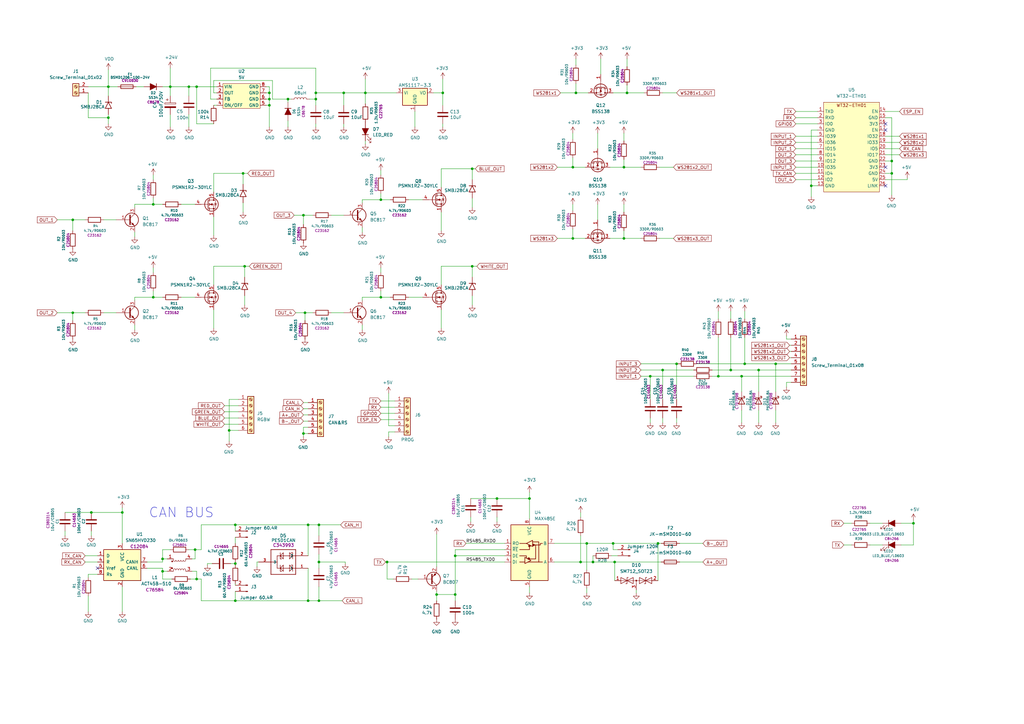
<source format=kicad_sch>
(kicad_sch (version 20230121) (generator eeschema)
  (paper "A3")
  (junction (at 299.72 151.765))
  (junction (at 193.675 69.215))
  (junction (at 238.125 230.505))
  (junction (at 130.81 230.505))
  (junction (at 158.75 230.505))
  (junction (at 234.95 97.79))
  (junction (at 255.905 68.58))
  (junction (at 156.21 81.915))
  (junction (at 203.835 204.47))
  (junction (at 236.22 38.1))
  (junction (at 129.54 38.1))
  (junction (at 130.81 246.38))
  (junction (at 80.645 237.49))
  (junction (at 294.64 154.305))
  (junction (at 62.865 121.92))
  (junction (at 179.07 243.84))
  (junction (at 269.875 222.885))
  (junction (at 271.78 151.765))
  (junction (at 251.46 222.885))
  (junction (at 124.46 177.8))
  (junction (at 126.365 215.265))
  (junction (at 130.81 215.265))
  (junction (at 140.97 38.1))
  (junction (at 126.365 246.38))
  (junction (at 99.695 71.12))
  (junction (at 77.47 35.56))
  (junction (at 243.205 230.505))
  (junction (at 255.905 97.79))
  (junction (at 305.435 149.225))
  (junction (at 156.21 121.92))
  (junction (at 365.76 71.12))
  (junction (at 240.665 222.885))
  (junction (at 318.135 149.225))
  (junction (at 93.98 176.53))
  (junction (at 96.52 246.38))
  (junction (at 374.65 214.63))
  (junction (at 44.45 35.56))
  (junction (at 100.33 109.22))
  (junction (at 66.675 234.315))
  (junction (at 29.845 128.27))
  (junction (at 96.52 215.265))
  (junction (at 29.845 90.17))
  (junction (at 110.49 43.18))
  (junction (at 332.74 76.2))
  (junction (at 66.675 229.235))
  (junction (at 62.865 83.82))
  (junction (at 124.46 88.265))
  (junction (at 186.69 227.965))
  (junction (at 193.675 109.22))
  (junction (at 217.17 204.47))
  (junction (at 252.095 230.505))
  (junction (at 149.86 38.1))
  (junction (at 50.165 210.185))
  (junction (at 125.095 128.27))
  (junction (at 69.85 35.56))
  (junction (at 311.15 151.765))
  (junction (at 80.01 225.425))
  (junction (at 234.95 68.58))
  (junction (at 365.76 66.04))
  (junction (at 118.11 40.64))
  (junction (at 181.61 38.1))
  (junction (at 110.49 38.1))
  (junction (at 304.165 154.305))
  (junction (at 257.175 38.1))
  (junction (at 37.465 210.185))
  (junction (at 110.49 40.64))
  (junction (at 129.54 40.64))
  (junction (at 186.69 243.84))
  (junction (at 44.45 48.26))
  (junction (at 80.645 35.56))
  (junction (at 266.7 154.305))
  (junction (at 277.495 149.225))
  (junction (at 96.52 231.14))
  (no_connect (at 40.005 233.045))
  (no_connect (at 363.22 76.2))
  (no_connect (at 363.22 50.8))
  (no_connect (at 363.22 68.58))
  (no_connect (at 363.22 53.34))
  (wire (pts (xy 156.21 81.915) (xy 148.59 81.915)))
  (wire (pts (xy 130.81 230.505) (xy 130.81 233.045)))
  (wire (pts (xy 129.54 52.07) (xy 129.54 50.8)))
  (wire (pts (xy 251.46 222.885) (xy 269.875 222.885)))
  (wire (pts (xy 124.46 88.265) (xy 124.46 92.075)))
  (wire (pts (xy 126.365 215.265) (xy 130.81 215.265)))
  (wire (pts (xy 217.17 201.93) (xy 217.17 204.47)))
  (wire (pts (xy 294.64 154.305) (xy 304.165 154.305)))
  (wire (pts (xy 292.1 154.305) (xy 294.64 154.305)))
  (wire (pts (xy 69.85 35.56) (xy 69.85 27.94)))
  (wire (pts (xy 271.145 222.885) (xy 269.875 222.885)))
  (wire (pts (xy 36.195 38.1) (xy 36.195 48.26)))
  (wire (pts (xy 269.875 222.885) (xy 269.875 238.125)))
  (wire (pts (xy 156.21 119.38) (xy 156.21 121.92)))
  (wire (pts (xy 88.9 40.64) (xy 86.36 40.64)))
  (wire (pts (xy 257.175 38.1) (xy 264.16 38.1)))
  (wire (pts (xy 118.11 40.64) (xy 119.38 40.64)))
  (wire (pts (xy 36.195 235.585) (xy 36.195 236.855)))
  (wire (pts (xy 158.75 237.49) (xy 161.29 237.49)))
  (wire (pts (xy 363.22 71.12) (xy 365.76 71.12)))
  (wire (pts (xy 240.665 222.885) (xy 251.46 222.885)))
  (wire (pts (xy 363.22 73.66) (xy 372.11 73.66)))
  (wire (pts (xy 250.19 68.58) (xy 255.905 68.58)))
  (wire (pts (xy 100.33 121.285) (xy 100.33 125.095)))
  (wire (pts (xy 125.095 128.27) (xy 128.27 128.27)))
  (wire (pts (xy 26.67 219.71) (xy 26.67 217.805)))
  (wire (pts (xy 124.46 167.64) (xy 126.365 167.64)))
  (wire (pts (xy 181.61 32.385) (xy 181.61 38.1)))
  (wire (pts (xy 156.21 121.92) (xy 148.59 121.92)))
  (wire (pts (xy 305.435 138.43) (xy 305.435 149.225)))
  (wire (pts (xy 326.39 45.72) (xy 335.28 45.72)))
  (wire (pts (xy 156.21 81.915) (xy 160.02 81.915)))
  (wire (pts (xy 255.905 68.58) (xy 255.905 65.405)))
  (wire (pts (xy 191.135 222.885) (xy 207.01 222.885)))
  (wire (pts (xy 323.85 144.145) (xy 324.485 144.145)))
  (wire (pts (xy 323.85 146.685) (xy 324.485 146.685)))
  (wire (pts (xy 29.845 90.17) (xy 34.925 90.17)))
  (wire (pts (xy 130.81 215.265) (xy 130.81 219.71)))
  (wire (pts (xy 62.865 109.855) (xy 62.865 111.76)))
  (wire (pts (xy 332.74 53.34) (xy 332.74 76.2)))
  (wire (pts (xy 99.695 83.185) (xy 99.695 86.995)))
  (wire (pts (xy 140.97 52.07) (xy 140.97 50.8)))
  (wire (pts (xy 129.54 38.1) (xy 140.97 38.1)))
  (wire (pts (xy 87.63 78.74) (xy 87.63 71.12)))
  (wire (pts (xy 326.39 66.04) (xy 335.28 66.04)))
  (wire (pts (xy 156.21 169.545) (xy 161.925 169.545)))
  (wire (pts (xy 140.97 38.1) (xy 140.97 43.18)))
  (wire (pts (xy 186.69 225.425) (xy 207.01 225.425)))
  (wire (pts (xy 129.54 40.64) (xy 129.54 43.18)))
  (wire (pts (xy 326.39 73.66) (xy 335.28 73.66)))
  (wire (pts (xy 37.465 219.71) (xy 37.465 217.805)))
  (wire (pts (xy 180.975 86.995) (xy 180.975 94.615)))
  (wire (pts (xy 87.63 127) (xy 87.63 134.62)))
  (wire (pts (xy 326.39 58.42) (xy 335.28 58.42)))
  (wire (pts (xy 299.72 151.765) (xy 311.15 151.765)))
  (wire (pts (xy 55.245 95.25) (xy 55.245 97.155)))
  (wire (pts (xy 96.52 230.505) (xy 96.52 231.14)))
  (wire (pts (xy 228.6 97.79) (xy 234.95 97.79)))
  (wire (pts (xy 257.175 38.1) (xy 257.175 34.925)))
  (wire (pts (xy 179.07 243.84) (xy 186.69 243.84)))
  (wire (pts (xy 44.45 48.26) (xy 44.45 50.8)))
  (wire (pts (xy 36.195 35.56) (xy 44.45 35.56)))
  (wire (pts (xy 255.905 54.61) (xy 255.905 57.785)))
  (wire (pts (xy 82.55 215.265) (xy 82.55 225.425)))
  (wire (pts (xy 96.52 220.345) (xy 96.52 222.885)))
  (wire (pts (xy 323.85 141.605) (xy 324.485 141.605)))
  (wire (pts (xy 36.195 48.26) (xy 44.45 48.26)))
  (wire (pts (xy 179.07 242.57) (xy 179.07 243.84)))
  (wire (pts (xy 363.22 48.26) (xy 365.76 48.26)))
  (wire (pts (xy 250.825 227.965) (xy 253.365 227.965)))
  (wire (pts (xy 167.64 81.915) (xy 173.355 81.915)))
  (wire (pts (xy 55.245 83.82) (xy 55.245 85.09)))
  (wire (pts (xy 80.645 237.49) (xy 82.55 237.49)))
  (wire (pts (xy 193.675 69.215) (xy 193.675 73.66)))
  (wire (pts (xy 60.325 230.505) (xy 66.675 230.505)))
  (wire (pts (xy 234.95 97.79) (xy 240.03 97.79)))
  (wire (pts (xy 262.89 149.225) (xy 277.495 149.225)))
  (wire (pts (xy 96.52 231.14) (xy 96.52 231.775)))
  (wire (pts (xy 130.81 240.665) (xy 130.81 246.38)))
  (wire (pts (xy 156.21 167.005) (xy 161.925 167.005)))
  (wire (pts (xy 130.81 215.265) (xy 139.7 215.265)))
  (wire (pts (xy 69.85 46.99) (xy 69.85 52.07)))
  (wire (pts (xy 365.76 66.04) (xy 363.22 66.04)))
  (wire (pts (xy 180.975 127) (xy 180.975 134.62)))
  (wire (pts (xy 363.22 60.96) (xy 368.935 60.96)))
  (wire (pts (xy 82.55 246.38) (xy 82.55 237.49)))
  (wire (pts (xy 110.49 35.56) (xy 110.49 38.1)))
  (wire (pts (xy 251.46 222.885) (xy 251.46 225.425)))
  (wire (pts (xy 97.79 163.83) (xy 93.98 163.83)))
  (wire (pts (xy 130.81 246.38) (xy 140.335 246.38)))
  (wire (pts (xy 129.54 27.94) (xy 129.54 38.1)))
  (wire (pts (xy 365.76 71.12) (xy 365.76 66.04)))
  (wire (pts (xy 262.89 154.305) (xy 266.7 154.305)))
  (wire (pts (xy 50.165 210.185) (xy 50.165 222.885)))
  (wire (pts (xy 168.91 237.49) (xy 171.45 237.49)))
  (wire (pts (xy 87.63 71.12) (xy 99.695 71.12)))
  (wire (pts (xy 193.675 109.22) (xy 193.675 113.665)))
  (wire (pts (xy 66.675 229.235) (xy 66.675 230.505)))
  (wire (pts (xy 177.8 38.1) (xy 181.61 38.1)))
  (wire (pts (xy 156.21 109.855) (xy 156.21 111.76)))
  (wire (pts (xy 77.47 225.425) (xy 80.01 225.425)))
  (wire (pts (xy 260.985 241.935) (xy 260.985 243.205)))
  (wire (pts (xy 271.78 151.765) (xy 284.48 151.765)))
  (wire (pts (xy 92.075 166.37) (xy 97.79 166.37)))
  (wire (pts (xy 294.64 127.635) (xy 294.64 130.81)))
  (wire (pts (xy 42.545 128.27) (xy 47.625 128.27)))
  (wire (pts (xy 271.78 151.765) (xy 271.78 163.83)))
  (wire (pts (xy 23.495 90.17) (xy 29.845 90.17)))
  (wire (pts (xy 93.98 176.53) (xy 93.98 180.975)))
  (wire (pts (xy 326.39 50.8) (xy 335.28 50.8)))
  (wire (pts (xy 87.63 116.84) (xy 87.63 109.22)))
  (wire (pts (xy 167.64 121.92) (xy 173.355 121.92)))
  (wire (pts (xy 55.88 35.56) (xy 59.055 35.56)))
  (wire (pts (xy 322.58 156.845) (xy 322.58 158.75)))
  (wire (pts (xy 238.125 210.185) (xy 238.125 212.09)))
  (wire (pts (xy 179.07 219.075) (xy 179.07 232.41)))
  (wire (pts (xy 180.975 109.22) (xy 193.675 109.22)))
  (wire (pts (xy 186.69 243.84) (xy 186.69 246.38)))
  (wire (pts (xy 50.165 208.28) (xy 50.165 210.185)))
  (wire (pts (xy 80.645 234.315) (xy 78.74 234.315)))
  (wire (pts (xy 243.205 230.505) (xy 252.095 230.505)))
  (wire (pts (xy 326.39 71.12) (xy 335.28 71.12)))
  (wire (pts (xy 332.74 76.2) (xy 332.74 80.645)))
  (wire (pts (xy 87.63 109.22) (xy 100.33 109.22)))
  (wire (pts (xy 126.365 227.965) (xy 126.365 215.265)))
  (wire (pts (xy 246.38 24.13) (xy 246.38 30.48)))
  (wire (pts (xy 80.01 229.235) (xy 78.74 229.235)))
  (wire (pts (xy 44.45 46.99) (xy 44.45 48.26)))
  (wire (pts (xy 372.11 73.66) (xy 372.11 73.025)))
  (wire (pts (xy 60.325 233.045) (xy 66.675 233.045)))
  (wire (pts (xy 29.845 128.27) (xy 34.925 128.27)))
  (wire (pts (xy 179.07 246.38) (xy 179.07 243.84)))
  (wire (pts (xy 234.95 83.82) (xy 234.95 86.36)))
  (wire (pts (xy 94.615 231.14) (xy 96.52 231.14)))
  (wire (pts (xy 23.495 128.27) (xy 29.845 128.27)))
  (wire (pts (xy 326.39 60.96) (xy 335.28 60.96)))
  (wire (pts (xy 236.22 38.1) (xy 241.3 38.1)))
  (wire (pts (xy 193.675 109.22) (xy 195.58 109.22)))
  (wire (pts (xy 156.21 172.085) (xy 161.925 172.085)))
  (wire (pts (xy 156.21 79.375) (xy 156.21 81.915)))
  (wire (pts (xy 141.605 230.505) (xy 141.605 231.14)))
  (wire (pts (xy 158.75 230.505) (xy 207.01 230.505)))
  (wire (pts (xy 304.165 154.305) (xy 304.165 160.655)))
  (wire (pts (xy 158.115 230.505) (xy 158.75 230.505)))
  (wire (pts (xy 87.63 38.1) (xy 87.63 33.02)))
  (wire (pts (xy 88.9 38.1) (xy 87.63 38.1)))
  (wire (pts (xy 326.39 63.5) (xy 335.28 63.5)))
  (wire (pts (xy 62.865 71.755) (xy 62.865 73.66)))
  (wire (pts (xy 86.995 231.14) (xy 85.09 231.14)))
  (wire (pts (xy 186.69 225.425) (xy 186.69 227.965)))
  (wire (pts (xy 148.59 121.92) (xy 148.59 123.19)))
  (wire (pts (xy 326.39 48.26) (xy 335.28 48.26)))
  (wire (pts (xy 148.59 93.345) (xy 148.59 95.25)))
  (wire (pts (xy 82.55 215.265) (xy 96.52 215.265)))
  (wire (pts (xy 77.47 35.56) (xy 77.47 39.37)))
  (wire (pts (xy 217.17 240.665) (xy 217.17 243.205)))
  (wire (pts (xy 251.46 38.1) (xy 257.175 38.1)))
  (wire (pts (xy 121.285 128.27) (xy 125.095 128.27)))
  (wire (pts (xy 124.46 177.8) (xy 124.46 179.07)))
  (wire (pts (xy 36.195 244.475) (xy 36.195 250.825)))
  (wire (pts (xy 305.435 127.635) (xy 305.435 130.81)))
  (wire (pts (xy 245.11 54.61) (xy 245.11 60.96)))
  (wire (pts (xy 236.22 34.29) (xy 236.22 38.1)))
  (wire (pts (xy 62.865 83.82) (xy 66.675 83.82)))
  (wire (pts (xy 228.6 68.58) (xy 234.95 68.58)))
  (wire (pts (xy 236.22 24.13) (xy 236.22 26.67)))
  (wire (pts (xy 93.98 163.83) (xy 93.98 176.53)))
  (wire (pts (xy 74.295 121.92) (xy 80.01 121.92)))
  (wire (pts (xy 181.61 38.1) (xy 181.61 43.18)))
  (wire (pts (xy 324.485 156.845) (xy 322.58 156.845)))
  (wire (pts (xy 156.21 69.85) (xy 156.21 71.755)))
  (wire (pts (xy 124.46 165.1) (xy 126.365 165.1)))
  (wire (pts (xy 299.72 127.635) (xy 299.72 130.81)))
  (wire (pts (xy 105.41 230.505) (xy 105.41 232.41)))
  (wire (pts (xy 156.21 121.92) (xy 160.02 121.92)))
  (wire (pts (xy 126.365 246.38) (xy 130.81 246.38)))
  (wire (pts (xy 82.55 225.425) (xy 80.01 225.425)))
  (wire (pts (xy 29.845 90.17) (xy 29.845 94.615)))
  (wire (pts (xy 68.58 229.235) (xy 66.675 229.235)))
  (wire (pts (xy 66.675 234.315) (xy 68.58 234.315)))
  (wire (pts (xy 130.81 230.505) (xy 141.605 230.505)))
  (wire (pts (xy 55.245 121.92) (xy 55.245 123.19)))
  (wire (pts (xy 363.22 55.88) (xy 368.935 55.88)))
  (wire (pts (xy 326.39 68.58) (xy 335.28 68.58)))
  (wire (pts (xy 96.52 246.38) (xy 126.365 246.38)))
  (wire (pts (xy 99.695 71.12) (xy 99.695 75.565)))
  (wire (pts (xy 62.865 119.38) (xy 62.865 121.92)))
  (wire (pts (xy 193.04 213.995) (xy 193.04 212.09)))
  (wire (pts (xy 318.135 160.655) (xy 318.135 149.225)))
  (wire (pts (xy 92.075 168.91) (xy 97.79 168.91)))
  (wire (pts (xy 80.645 50.8) (xy 87.63 50.8)))
  (wire (pts (xy 240.665 222.885) (xy 240.665 233.68)))
  (wire (pts (xy 74.295 83.82) (xy 80.01 83.82)))
  (wire (pts (xy 252.095 230.505) (xy 271.145 230.505)))
  (wire (pts (xy 50.165 240.665) (xy 50.165 250.825)))
  (wire (pts (xy 240.665 241.3) (xy 240.665 243.205)))
  (wire (pts (xy 318.135 168.275) (xy 318.135 173.355)))
  (wire (pts (xy 111.76 40.64) (xy 118.11 40.64)))
  (wire (pts (xy 356.87 214.63) (xy 361.95 214.63)))
  (wire (pts (xy 87.63 43.18) (xy 88.9 43.18)))
  (wire (pts (xy 135.89 128.27) (xy 140.97 128.27)))
  (wire (pts (xy 118.11 40.64) (xy 118.11 41.91)))
  (wire (pts (xy 135.89 88.265) (xy 140.97 88.265)))
  (wire (pts (xy 148.59 81.915) (xy 148.59 83.185)))
  (wire (pts (xy 44.45 28.575) (xy 44.45 35.56)))
  (wire (pts (xy 126.365 175.26) (xy 124.46 175.26)))
  (wire (pts (xy 149.86 38.1) (xy 162.56 38.1)))
  (wire (pts (xy 66.675 234.315) (xy 66.675 237.49)))
  (wire (pts (xy 278.765 222.885) (xy 288.29 222.885)))
  (wire (pts (xy 270.51 97.79) (xy 276.225 97.79)))
  (wire (pts (xy 252.095 238.125) (xy 252.095 230.505)))
  (wire (pts (xy 186.69 227.965) (xy 186.69 243.84)))
  (wire (pts (xy 193.675 69.215) (xy 194.945 69.215)))
  (wire (pts (xy 109.22 43.18) (xy 110.49 43.18)))
  (wire (pts (xy 118.11 49.53) (xy 118.11 52.07)))
  (wire (pts (xy 346.075 214.63) (xy 349.25 214.63)))
  (wire (pts (xy 374.65 214.63) (xy 374.65 223.52)))
  (wire (pts (xy 193.04 204.47) (xy 203.835 204.47)))
  (wire (pts (xy 149.86 38.1) (xy 149.86 42.545)))
  (wire (pts (xy 29.845 128.27) (xy 29.845 131.445)))
  (wire (pts (xy 124.46 177.8) (xy 126.365 177.8)))
  (wire (pts (xy 227.33 230.505) (xy 238.125 230.505)))
  (wire (pts (xy 86.36 27.94) (xy 129.54 27.94)))
  (wire (pts (xy 266.7 171.45) (xy 266.7 173.355)))
  (wire (pts (xy 99.695 71.12) (xy 101.6 71.12)))
  (wire (pts (xy 129.54 38.1) (xy 129.54 40.64)))
  (wire (pts (xy 365.76 48.26) (xy 365.76 66.04)))
  (wire (pts (xy 140.97 38.1) (xy 149.86 38.1)))
  (wire (pts (xy 26.67 210.185) (xy 37.465 210.185)))
  (wire (pts (xy 40.005 235.585) (xy 36.195 235.585)))
  (wire (pts (xy 158.75 230.505) (xy 158.75 237.49)))
  (wire (pts (xy 363.22 63.5) (xy 368.935 63.5)))
  (wire (pts (xy 253.365 225.425) (xy 251.46 225.425)))
  (wire (pts (xy 186.69 227.965) (xy 207.01 227.965)))
  (wire (pts (xy 148.59 133.35) (xy 148.59 135.255)))
  (wire (pts (xy 87.63 88.9) (xy 87.63 96.52)))
  (wire (pts (xy 48.26 35.56) (xy 44.45 35.56)))
  (wire (pts (xy 229.87 38.1) (xy 236.22 38.1)))
  (wire (pts (xy 92.075 171.45) (xy 97.79 171.45)))
  (wire (pts (xy 193.675 121.285) (xy 193.675 125.095)))
  (wire (pts (xy 311.15 168.275) (xy 311.15 173.355)))
  (wire (pts (xy 96.52 242.57) (xy 96.52 246.38)))
  (wire (pts (xy 255.905 97.79) (xy 262.89 97.79)))
  (wire (pts (xy 311.15 151.765) (xy 311.15 160.655)))
  (wire (pts (xy 80.645 35.56) (xy 80.645 50.8)))
  (wire (pts (xy 180.975 69.215) (xy 193.675 69.215)))
  (wire (pts (xy 93.98 176.53) (xy 97.79 176.53)))
  (wire (pts (xy 66.675 35.56) (xy 69.85 35.56)))
  (wire (pts (xy 96.52 240.03) (xy 96.52 239.395)))
  (wire (pts (xy 37.465 210.185) (xy 50.165 210.185)))
  (wire (pts (xy 44.45 35.56) (xy 44.45 39.37)))
  (wire (pts (xy 100.33 109.22) (xy 100.33 113.665)))
  (wire (pts (xy 69.85 39.37) (xy 69.85 35.56)))
  (wire (pts (xy 34.925 230.505) (xy 40.005 230.505)))
  (wire (pts (xy 127 40.64) (xy 129.54 40.64)))
  (wire (pts (xy 78.105 237.49) (xy 80.645 237.49)))
  (wire (pts (xy 217.17 204.47) (xy 217.17 212.725)))
  (wire (pts (xy 109.22 38.1) (xy 110.49 38.1)))
  (wire (pts (xy 80.01 229.235) (xy 80.01 225.425)))
  (wire (pts (xy 55.245 133.35) (xy 55.245 135.255)))
  (wire (pts (xy 262.89 151.765) (xy 271.78 151.765)))
  (wire (pts (xy 124.46 170.18) (xy 126.365 170.18)))
  (wire (pts (xy 66.675 229.235) (xy 66.675 225.425)))
  (wire (pts (xy 299.72 138.43) (xy 299.72 151.765)))
  (wire (pts (xy 305.435 149.225) (xy 318.135 149.225)))
  (wire (pts (xy 374.65 223.52) (xy 369.57 223.52)))
  (wire (pts (xy 227.33 222.885) (xy 240.665 222.885)))
  (wire (pts (xy 66.675 233.045) (xy 66.675 234.315)))
  (wire (pts (xy 34.925 227.965) (xy 40.005 227.965)))
  (wire (pts (xy 277.495 149.225) (xy 278.13 149.225)))
  (wire (pts (xy 109.22 35.56) (xy 110.49 35.56)))
  (wire (pts (xy 369.57 214.63) (xy 374.65 214.63)))
  (wire (pts (xy 106.045 230.505) (xy 105.41 230.505)))
  (wire (pts (xy 85.09 231.14) (xy 85.09 231.775)))
  (wire (pts (xy 120.65 88.265) (xy 124.46 88.265)))
  (wire (pts (xy 124.46 172.72) (xy 126.365 172.72)))
  (wire (pts (xy 234.95 68.58) (xy 240.03 68.58)))
  (wire (pts (xy 66.675 225.425) (xy 69.85 225.425)))
  (wire (pts (xy 149.86 59.055) (xy 149.86 57.785)))
  (wire (pts (xy 285.75 149.225) (xy 305.435 149.225)))
  (wire (pts (xy 62.865 83.82) (xy 55.245 83.82)))
  (wire (pts (xy 124.46 175.26) (xy 124.46 177.8)))
  (wire (pts (xy 80.645 234.315) (xy 80.645 237.49)))
  (wire (pts (xy 245.11 83.82) (xy 245.11 90.17)))
  (wire (pts (xy 69.85 35.56) (xy 77.47 35.56)))
  (wire (pts (xy 255.905 68.58) (xy 262.89 68.58)))
  (wire (pts (xy 124.46 88.265) (xy 128.27 88.265)))
  (wire (pts (xy 238.125 230.505) (xy 243.205 230.505)))
  (wire (pts (xy 277.495 171.45) (xy 277.495 173.355)))
  (wire (pts (xy 271.78 171.45) (xy 271.78 173.355)))
  (wire (pts (xy 159.385 177.165) (xy 159.385 179.07)))
  (wire (pts (xy 257.175 24.13) (xy 257.175 27.305)))
  (wire (pts (xy 363.22 45.72) (xy 368.935 45.72)))
  (wire (pts (xy 92.075 173.99) (xy 97.79 173.99)))
  (wire (pts (xy 326.39 55.88) (xy 335.28 55.88)))
  (wire (pts (xy 125.095 128.27) (xy 125.095 131.445)))
  (wire (pts (xy 180.975 116.84) (xy 180.975 109.22)))
  (wire (pts (xy 180.975 76.835) (xy 180.975 69.215)))
  (wire (pts (xy 203.835 213.995) (xy 203.835 212.09)))
  (wire (pts (xy 161.925 177.165) (xy 159.385 177.165)))
  (wire (pts (xy 365.76 71.12) (xy 365.76 80.01)))
  (wire (pts (xy 255.905 83.82) (xy 255.905 86.995)))
  (wire (pts (xy 62.865 121.92) (xy 66.675 121.92)))
  (wire (pts (xy 87.63 33.02) (xy 111.76 33.02)))
  (wire (pts (xy 110.49 40.64) (xy 110.49 43.18)))
  (wire (pts (xy 234.95 64.77) (xy 234.95 68.58)))
  (wire (pts (xy 292.1 151.765) (xy 299.72 151.765)))
  (wire (pts (xy 332.74 76.2) (xy 335.28 76.2)))
  (wire (pts (xy 270.51 68.58) (xy 276.225 68.58)))
  (wire (pts (xy 335.28 53.34) (xy 332.74 53.34)))
  (wire (pts (xy 80.645 35.56) (xy 88.9 35.56)))
  (wire (pts (xy 156.21 164.465) (xy 161.925 164.465)))
  (wire (pts (xy 374.65 214.63) (xy 374.65 213.36)))
  (wire (pts (xy 304.165 168.275) (xy 304.165 173.355)))
  (wire (pts (xy 234.95 54.61) (xy 234.95 57.15)))
  (wire (pts (xy 356.87 223.52) (xy 361.95 223.52)))
  (wire (pts (xy 304.165 154.305) (xy 324.485 154.305)))
  (wire (pts (xy 110.49 38.1) (xy 110.49 40.64)))
  (wire (pts (xy 170.18 45.72) (xy 170.18 52.07)))
  (wire (pts (xy 250.19 97.79) (xy 255.905 97.79)))
  (wire (pts (xy 130.81 227.33) (xy 130.81 230.505)))
  (wire (pts (xy 234.95 93.98) (xy 234.95 97.79)))
  (wire (pts (xy 322.58 139.065) (xy 322.58 137.795)))
  (wire (pts (xy 77.47 35.56) (xy 80.645 35.56)))
  (wire (pts (xy 100.33 109.22) (xy 102.235 109.22)))
  (wire (pts (xy 149.86 32.385) (xy 149.86 38.1)))
  (wire (pts (xy 96.52 246.38) (xy 82.55 246.38)))
  (wire (pts (xy 277.495 149.225) (xy 277.495 163.83)))
  (wire (pts (xy 66.675 237.49) (xy 70.485 237.49)))
  (wire (pts (xy 318.135 149.225) (xy 324.485 149.225)))
  (wire (pts (xy 203.835 204.47) (xy 217.17 204.47)))
  (wire (pts (xy 324.485 139.065) (xy 322.58 139.065)))
  (wire (pts (xy 266.7 154.305) (xy 284.48 154.305)))
  (wire (pts (xy 109.22 40.64) (xy 110.49 40.64)))
  (wire (pts (xy 271.78 38.1) (xy 277.495 38.1)))
  (wire (pts (xy 96.52 215.265) (xy 96.52 217.805)))
  (wire (pts (xy 255.905 97.79) (xy 255.905 94.615)))
  (wire (pts (xy 77.47 46.99) (xy 77.47 52.07)))
  (wire (pts (xy 294.64 138.43) (xy 294.64 154.305)))
  (wire (pts (xy 159.385 174.625) (xy 159.385 161.29)))
  (wire (pts (xy 86.36 40.64) (xy 86.36 27.94)))
  (wire (pts (xy 110.49 43.18) (xy 110.49 52.07)))
  (wire (pts (xy 243.205 227.965) (xy 243.205 230.505)))
  (wire (pts (xy 62.865 121.92) (xy 55.245 121.92)))
  (wire (pts (xy 266.7 154.305) (xy 266.7 163.83)))
  (wire (pts (xy 126.365 233.045) (xy 126.365 246.38)))
  (wire (pts (xy 111.76 33.02) (xy 111.76 40.64)))
  (wire (pts (xy 363.22 58.42) (xy 368.935 58.42)))
  (wire (pts (xy 161.925 174.625) (xy 159.385 174.625)))
  (wire (pts (xy 278.765 230.505) (xy 288.29 230.505)))
  (wire (pts (xy 311.15 151.765) (xy 324.485 151.765)))
  (wire (pts (xy 181.61 52.07) (xy 181.61 50.8)))
  (wire (pts (xy 346.075 223.52) (xy 349.25 223.52)))
  (wire (pts (xy 62.865 81.28) (xy 62.865 83.82)))
  (wire (pts (xy 193.675 81.28) (xy 193.675 85.09)))
  (wire (pts (xy 42.545 90.17) (xy 47.625 90.17)))
  (wire (pts (xy 96.52 215.265) (xy 126.365 215.265)))
  (wire (pts (xy 238.125 230.505) (xy 238.125 219.71)))
  (text "CAN BUS" (at 60.96 212.725 0) (effects (font (size 4 4)) (justify left bottom)))
  (label "RS485_RXD0" (at 191.135 222.885 0))
  (label "RS485_TXD0" (at 191.135 230.505 0))
  (global_label "GPIO0" (shape input) (at 326.39 50.8 180) (property "Intersheetrefs" "${INTERSHEET_REFS}" (effects hide)))
  (global_label "BLUE_OUT" (shape input) (at 194.945 69.215 0) (property "Intersheetrefs" "${INTERSHEET_REFS}" (effects hide)))
  (global_label "OUT_3" (shape input) (at 326.39 66.04 180) (property "Intersheetrefs" "${INTERSHEET_REFS}" (effects hide)))
  (global_label "WS281x2" (shape input) (at 368.935 58.42 0) (property "Intersheetrefs" "${INTERSHEET_REFS}" (effects hide)))
  (global_label "WHITE_OUT" (shape input) (at 195.58 109.22 0) (property "Intersheetrefs" "${INTERSHEET_REFS}" (effects hide)))
  (global_label "B-_OUT" (shape input) (at 124.46 172.72 180) (property "Intersheetrefs" "${INTERSHEET_REFS}" (effects hide)))
  (global_label "CAN_H" (shape input) (at 139.7 215.265 0) (property "Intersheetrefs" "${INTERSHEET_REFS}" (effects hide)))
  (global_label "WS281x1" (shape input) (at 229.87 38.1 180) (property "Intersheetrefs" "${INTERSHEET_REFS}" (effects hide)))
  (global_label "WS281x1" (shape input) (at 368.935 55.88 0) (property "Intersheetrefs" "${INTERSHEET_REFS}" (effects hide)))
  (global_label "OUT_2" (shape input) (at 23.495 128.27 180) (property "Intersheetrefs" "${INTERSHEET_REFS}" (effects hide)))
  (global_label "RED_OUT" (shape input) (at 92.075 166.37 180) (property "Intersheetrefs" "${INTERSHEET_REFS}" (effects hide)))
  (global_label "RX_CAN" (shape input) (at 34.925 230.505 180) (property "Intersheetrefs" "${INTERSHEET_REFS}" (effects hide)))
  (global_label "INPUT_3" (shape input) (at 262.89 149.225 180) (property "Intersheetrefs" "${INTERSHEET_REFS}" (effects hide)))
  (global_label "INPUT_3" (shape input) (at 326.39 68.58 180) (property "Intersheetrefs" "${INTERSHEET_REFS}" (effects hide)))
  (global_label "WHITE_OUT" (shape input) (at 92.075 173.99 180) (property "Intersheetrefs" "${INTERSHEET_REFS}" (effects hide)))
  (global_label "RX" (shape input) (at 326.39 48.26 180) (property "Intersheetrefs" "${INTERSHEET_REFS}" (effects hide)))
  (global_label "OUT_2" (shape input) (at 326.39 63.5 180) (property "Intersheetrefs" "${INTERSHEET_REFS}" (effects hide)))
  (global_label "A+_OUT" (shape input) (at 124.46 170.18 180) (property "Intersheetrefs" "${INTERSHEET_REFS}" (effects hide)))
  (global_label "WS281x3" (shape input) (at 228.6 97.79 180) (property "Intersheetrefs" "${INTERSHEET_REFS}" (effects hide)))
  (global_label "WS281x3" (shape input) (at 368.935 63.5 0) (property "Intersheetrefs" "${INTERSHEET_REFS}" (effects hide)))
  (global_label "CAN_H" (shape input) (at 124.46 167.64 180) (property "Intersheetrefs" "${INTERSHEET_REFS}" (effects hide)))
  (global_label "RX" (shape input) (at 156.21 167.005 180) (property "Intersheetrefs" "${INTERSHEET_REFS}" (effects hide)))
  (global_label "INPUT_2" (shape input) (at 326.39 58.42 180) (property "Intersheetrefs" "${INTERSHEET_REFS}" (effects hide)))
  (global_label "WS281x3_OUT" (shape input) (at 276.225 97.79 0) (property "Intersheetrefs" "${INTERSHEET_REFS}" (effects hide)))
  (global_label "WS281x2" (shape input) (at 228.6 68.58 180) (property "Intersheetrefs" "${INTERSHEET_REFS}" (effects hide)))
  (global_label "B-_OUT" (shape input) (at 288.29 222.885 0) (property "Intersheetrefs" "${INTERSHEET_REFS}" (effects hide)))
  (global_label "OUT_4" (shape input) (at 121.285 128.27 180) (property "Intersheetrefs" "${INTERSHEET_REFS}" (effects hide)))
  (global_label "RED_OUT" (shape input) (at 101.6 71.12 0) (property "Intersheetrefs" "${INTERSHEET_REFS}" (effects hide)))
  (global_label "RX" (shape input) (at 191.135 222.885 180) (property "Intersheetrefs" "${INTERSHEET_REFS}" (effects hide)))
  (global_label "WS281x1_OUT" (shape input) (at 323.85 141.605 180) (property "Intersheetrefs" "${INTERSHEET_REFS}" (effects hide)))
  (global_label "ESP_EN" (shape input) (at 156.21 172.085 180) (property "Intersheetrefs" "${INTERSHEET_REFS}" (effects hide)))
  (global_label "GPIO0" (shape input) (at 156.21 169.545 180) (property "Intersheetrefs" "${INTERSHEET_REFS}" (effects hide)))
  (global_label "CAN_L" (shape input) (at 140.335 246.38 0) (property "Intersheetrefs" "${INTERSHEET_REFS}" (effects hide)))
  (global_label "RX" (shape input) (at 346.075 214.63 180) (property "Intersheetrefs" "${INTERSHEET_REFS}" (effects hide)))
  (global_label "OUT_1" (shape input) (at 23.495 90.17 180) (property "Intersheetrefs" "${INTERSHEET_REFS}" (effects hide)))
  (global_label "INPUT_2" (shape input) (at 262.89 151.765 180) (property "Intersheetrefs" "${INTERSHEET_REFS}" (effects hide)))
  (global_label "INPUT_1" (shape input) (at 326.39 55.88 180) (property "Intersheetrefs" "${INTERSHEET_REFS}" (effects hide)))
  (global_label "GREEN_OUT" (shape input) (at 102.235 109.22 0) (property "Intersheetrefs" "${INTERSHEET_REFS}" (effects hide)))
  (global_label "GREEN_OUT" (shape input) (at 92.075 168.91 180) (property "Intersheetrefs" "${INTERSHEET_REFS}" (effects hide)))
  (global_label "A+_OUT" (shape input) (at 288.29 230.505 0) (property "Intersheetrefs" "${INTERSHEET_REFS}" (effects hide)))
  (global_label "CAN_L" (shape input) (at 124.46 165.1 180) (property "Intersheetrefs" "${INTERSHEET_REFS}" (effects hide)))
  (global_label "TX" (shape input) (at 156.21 164.465 180) (property "Intersheetrefs" "${INTERSHEET_REFS}" (effects hide)))
  (global_label "WS281x1_OUT" (shape input) (at 277.495 38.1 0) (property "Intersheetrefs" "${INTERSHEET_REFS}" (effects hide)))
  (global_label "TX" (shape input) (at 326.39 45.72 180) (property "Intersheetrefs" "${INTERSHEET_REFS}" (effects hide)))
  (global_label "OUT_4" (shape input) (at 326.39 73.66 180) (property "Intersheetrefs" "${INTERSHEET_REFS}" (effects hide)))
  (global_label "OUT_3" (shape input) (at 120.65 88.265 180) (property "Intersheetrefs" "${INTERSHEET_REFS}" (effects hide)))
  (global_label "BLUE_OUT" (shape input) (at 92.075 171.45 180) (property "Intersheetrefs" "${INTERSHEET_REFS}" (effects hide)))
  (global_label "WS281x2_OUT" (shape input) (at 323.85 144.145 180) (property "Intersheetrefs" "${INTERSHEET_REFS}" (effects hide)))
  (global_label "ESP_EN" (shape input) (at 368.935 45.72 0) (property "Intersheetrefs" "${INTERSHEET_REFS}" (effects hide)))
  (global_label "RX_CAN" (shape input) (at 368.935 60.96 0) (property "Intersheetrefs" "${INTERSHEET_REFS}" (effects hide)))
  (global_label "OUT_1" (shape input) (at 326.39 60.96 180) (property "Intersheetrefs" "${INTERSHEET_REFS}" (effects hide)))
  (global_label "TX" (shape input) (at 158.115 230.505 180) (property "Intersheetrefs" "${INTERSHEET_REFS}" (effects hide)))
  (global_label "INPUT_1" (shape input) (at 262.89 154.305 180) (property "Intersheetrefs" "${INTERSHEET_REFS}" (effects hide)))
  (global_label "WS281x3_OUT" (shape input) (at 323.85 146.685 180) (property "Intersheetrefs" "${INTERSHEET_REFS}" (effects hide)))
  (global_label "TX_CAN" (shape input) (at 34.925 227.965 180) (property "Intersheetrefs" "${INTERSHEET_REFS}" (effects hide)))
  (global_label "WS281x2_OUT" (shape input) (at 276.225 68.58 0) (property "Intersheetrefs" "${INTERSHEET_REFS}" (effects hide)))
  (global_label "TX_CAN" (shape input) (at 326.39 71.12 180) (property "Intersheetrefs" "${INTERSHEET_REFS}" (effects hide)))
  (global_label "TX" (shape input) (at 346.075 223.52 180) (property "Intersheetrefs" "${INTERSHEET_REFS}" (effects hide)))
  (symbol (lib_id "Device:R") (at 29.845 135.255 0) (unit 1)
    (property "Reference" "R3" (at 24.13 135.89 90) (effects (font (size 1 1)) (justify left)))
    (property "Value" "10k/R0603" (at 26.035 139.7 90) (effects (font (size 1 1)) (justify left)))
    (property "Footprint" "Resistor_SMD:R_0603_1608Metric" (effects hide))
    (property "JLCPCB" "C25804" (at 27.94 135.255 90) (effects (font (size 1 1))))
  )
  (symbol (lib_id "Device:R") (at 74.295 237.49 90) (unit 1)
    (property "Reference" "R9" (at 75.565 240.03 90) (effects (font (size 1 1)) (justify left)))
    (property "Value" "0k/R0603" (at 78.74 241.3 90) (effects (font (size 1 1)) (justify left)))
    (property "Footprint" "Resistor_SMD:R_0603_1608Metric" (effects hide))
    (property "JLCPCB" "C25804" (at 74.295 243.205 90) (effects (font (size 1 1))))
  )
  (symbol (lib_id "ESP32-EVB_Rev_I:GND") (at 50.165 250.825 0) (mirror y) (unit 1)
    (property "Reference" "#PWR07" (effects hide))
    (property "Value" "GND" (at 50.165 254.635 0))
  )
  (symbol (lib_id "Device:D_Schottky") (at 318.135 164.465 270) (unit 1)
    (property "Reference" "D13" (at 313.69 163.195 0) (effects (font (size 1 1)) (justify left)))
    (property "Value" "P6SMB6.8A" (at 314.96 160.02 0) (effects (font (size 1 1)) (justify left)))
    (property "Footprint" "Diode_SMD:D_SMB" (effects hide))
    (property "JLCPCB" "C707998" (at 316.23 164.465 0) (effects (font (size 1 1))))
  )
  (symbol (lib_id "power:GND") (at 271.78 173.355 0) (mirror y) (unit 1)
    (property "Reference" "#PWR067" (effects hide))
    (property "Value" "GND" (at 271.653 177.7492 0))
  )
  (symbol (lib_id "Device:R") (at 179.07 250.19 0) (mirror y) (unit 1)
    (property "Reference" "R24" (at 177.292 249.0216 0) (effects (justify left)))
    (property "Value" "4.7k" (at 177.292 251.333 0) (effects (justify left)))
    (property "Footprint" "Resistor_SMD:R_0603_1608Metric" (effects hide))
  )
  (symbol (lib_id "Device:CP") (at 69.85 43.18 0) (unit 1)
    (property "Reference" "C4" (at 63.5 44.45 90) (effects (justify left)))
    (property "Value" "100uF/50V" (at 66.04 48.26 90) (effects (justify left)))
    (property "Footprint" "Capacitor_SMD:CP_Elec_8x10" (effects hide))
    (property "JLCPCB" "C72480" (effects hide))
  )
  (symbol (lib_id "power:GND") (at 69.85 52.07 0) (unit 1)
    (property "Reference" "#PWR019" (effects hide))
    (property "Value" "GND" (at 69.977 56.4642 0))
  )
  (symbol (lib_id "power:+5V") (at 62.865 71.755 0) (mirror y) (unit 1)
    (property "Reference" "#PWR010" (effects hide))
    (property "Value" "+5V" (at 62.484 67.3608 0))
  )
  (symbol (lib_id "power:GND") (at 29.845 139.065 0) (unit 1)
    (property "Reference" "#PWR05" (effects hide))
    (property "Value" "GND" (at 29.972 143.4592 0))
  )
  (symbol (lib_id "power:GND") (at 180.975 134.62 0) (unit 1)
    (property "Reference" "#PWR040" (effects hide))
    (property "Value" "GND" (at 181.102 139.0142 0))
  )
  (symbol (lib_id "Diode:SM6T18A") (at 99.695 79.375 270) (unit 1)
    (property "Reference" "D3" (at 94.615 78.105 90) (effects (justify left)))
    (property "Value" "SMBJ28CA" (at 88.265 80.01 90) (effects (justify left)))
    (property "Footprint" "Diode_SMD:D_SMB" (effects hide))
    (property "Datasheet" "https://www.st.com/resource/en/datasheet/sm6t.pdf" (effects hide))
  )
  (symbol (lib_id "power:GND") (at 159.385 179.07 0) (mirror y) (unit 1)
    (property "Reference" "#PWR075" (effects hide))
    (property "Value" "GND" (at 159.258 183.4642 0))
  )
  (symbol (lib_id "Device:R") (at 353.06 214.63 90) (unit 1)
    (property "Reference" "R38" (at 353.695 212.09 90) (effects (font (size 1 1)) (justify left)))
    (property "Value" "1.2k/R0603" (at 357.505 210.185 90) (effects (font (size 1 1)) (justify left)))
    (property "Footprint" "Resistor_SMD:R_0603_1608Metric" (effects hide))
    (property "JLCPCB" "C22765" (at 352.425 208.28 90) (effects (font (size 1 1))))
  )
  (symbol (lib_id "Connector:Screw_Terminal_01x06") (at 167.005 169.545 0) (unit 1)
    (property "Reference" "J6" (at 170.18 170.18 0) (effects (justify left)))
    (property "Value" "PROG" (at 164.465 180.34 0) (effects (justify left)))
    (property "Footprint" "Connector_PinHeader_2.00mm:PinHeader_1x06_P2.00mm_Vertical" (effects hide))
  )
  (symbol (lib_id "Device:D_Schottky") (at 311.15 164.465 270) (unit 1)
    (property "Reference" "D12" (at 306.705 163.195 0) (effects (font (size 1 1)) (justify left)))
    (property "Value" "P6SMB6.8A" (at 307.975 160.02 0) (effects (font (size 1 1)) (justify left)))
    (property "Footprint" "Diode_SMD:D_SMB" (effects hide))
    (property "JLCPCB" "C707998" (at 309.245 164.465 0) (effects (font (size 1 1))))
  )
  (symbol (lib_id "Device:C") (at 90.805 231.14 270) (unit 1)
    (property "Reference" "C3" (at 89.535 227.33 90) (effects (font (size 1 1)) (justify left)))
    (property "Value" "4.7nF/C0603" (at 85.09 226.06 90) (effects (font (size 1 1)) (justify left)))
    (property "Footprint" "Capacitor_SMD:C_0603_1608Metric" (effects hide))
    (property "JLCPCB" "C14665" (at 90.805 224.155 90) (effects (font (size 1 1))))
  )
  (symbol (lib_id "Device:R") (at 288.29 154.305 90) (mirror x) (unit 1)
    (property "Reference" "R42" (at 289.56 156.21 90) (effects (font (size 1 1)) (justify left)))
    (property "Value" "330R" (at 290.195 157.48 90) (effects (font (size 1 1)) (justify left)))
    (property "Footprint" "Resistor_SMD:R_0603_1608Metric" (effects hide))
    (property "JLCPCB" "C23138" (at 288.29 158.75 90) (effects (font (size 1 1))))
  )
  (symbol (lib_id "Device:C") (at 181.61 46.99 0) (unit 1)
    (property "Reference" "C13" (at 184.531 45.8216 0) (effects (justify left)))
    (property "Value" "10uF" (at 184.531 48.133 0) (effects (justify left)))
    (property "Footprint" "Capacitor_SMD:C_1206_3216Metric" (effects hide))
    (property "JLCPCB" "C107149" (effects hide))
  )
  (symbol (lib_id "power:+5V") (at 149.86 32.385 0) (unit 1)
    (property "Reference" "#PWR037" (effects hide))
    (property "Value" "+5V" (at 150.241 27.9908 0))
  )
  (symbol (lib_id "Device:R") (at 132.08 128.27 270) (unit 1)
    (property "Reference" "R18" (at 131.445 130.81 90) (effects (font (size 1 1)) (justify left)))
    (property "Value" "4.7k/R0603" (at 127.635 132.715 90) (effects (font (size 1 1)) (justify left)))
    (property "Footprint" "Resistor_SMD:R_0603_1608Metric" (effects hide))
    (property "JLCPCB" "C23162" (at 132.08 134.62 90) (effects (font (size 1 1))))
  )
  (symbol (lib_id "Device:C") (at 203.835 208.28 180) (unit 1)
    (property "Reference" "C12" (at 200.66 207.01 90) (effects (font (size 1 1)) (justify left)))
    (property "Value" "100nF/C0603" (at 198.755 202.565 90) (effects (font (size 1 1)) (justify left)))
    (property "Footprint" "Capacitor_SMD:C_0603_1608Metric" (effects hide))
    (property "JLCPCB" "C14663" (at 196.85 207.645 90) (effects (font (size 1 1))))
  )
  (symbol (lib_id "power:GND") (at 277.495 173.355 0) (mirror y) (unit 1)
    (property "Reference" "#PWR068" (effects hide))
    (property "Value" "GND" (at 277.368 177.7492 0))
  )
  (symbol (lib_id "power:+5V") (at 255.905 54.61 0) (mirror y) (unit 1)
    (property "Reference" "#PWR059" (effects hide))
    (property "Value" "+5V" (at 255.524 50.2158 0))
  )
  (symbol (lib_id "power:GND") (at 318.135 173.355 0) (mirror y) (unit 1)
    (property "Reference" "#PWR078" (effects hide))
    (property "Value" "GND" (at 318.008 177.7492 0))
  )
  (symbol (lib_id "power:+3.3V") (at 50.165 208.28 0) (unit 1)
    (property "Reference" "#PWR06" (effects hide))
    (property "Value" "+3.3V" (at 50.546 203.8858 0))
  )
  (symbol (lib_id "Transistor_FET:BSS138") (at 246.38 35.56 270) (unit 1)
    (property "Reference" "Q12" (at 246.38 43.18 90))
    (property "Value" "BSS138" (at 246.38 45.72 90))
    (property "Footprint" "Package_TO_SOT_SMD:SOT-23" (effects hide))
    (property "Datasheet" "https://www.onsemi.com/pub/Collateral/BSS138-D.PDF" (effects hide))
  )
  (symbol (lib_id "power:GND") (at 311.15 173.355 0) (mirror y) (unit 1)
    (property "Reference" "#PWR076" (effects hide))
    (property "Value" "GND" (at 311.023 177.7492 0))
  )
  (symbol (lib_id "Device:R") (at 163.83 81.915 270) (unit 1)
    (property "Reference" "R22" (at 163.195 84.455 90) (effects (font (size 1 1)) (justify left)))
    (property "Value" "4.7k/R0603" (at 159.385 86.36 90) (effects (font (size 1 1)) (justify left)))
    (property "Footprint" "Resistor_SMD:R_0603_1608Metric" (effects hide))
    (property "JLCPCB" "C23162" (at 163.83 88.265 90) (effects (font (size 1 1))))
  )
  (symbol (lib_id "Device:R") (at 62.865 115.57 0) (unit 1)
    (property "Reference" "R8" (at 57.15 116.205 90) (effects (font (size 1 1)) (justify left)))
    (property "Value" "10k/R0603" (at 59.055 120.015 90) (effects (font (size 1 1)) (justify left)))
    (property "Footprint" "Resistor_SMD:R_0603_1608Metric" (effects hide))
    (property "JLCPCB" "C25804" (at 60.96 115.57 90) (effects (font (size 1 1))))
  )
  (symbol (lib_id "power:GND") (at 99.695 86.995 0) (unit 1)
    (property "Reference" "#PWR020" (effects hide))
    (property "Value" "GND" (at 99.822 91.3892 0))
  )
  (symbol (lib_id "power:+5V") (at 159.385 161.29 0) (mirror y) (unit 1)
    (property "Reference" "#PWR074" (effects hide))
    (property "Value" "+5V" (at 159.004 156.8958 0))
  )
  (symbol (lib_id "Diode:SM6T18A") (at 44.45 43.18 270) (unit 1)
    (property "Reference" "D1" (at 39.37 41.91 90) (effects (justify left)))
    (property "Value" "SMBJ28CA" (at 33.02 43.815 90) (effects (justify left)))
    (property "Footprint" "Diode_SMD:D_SMB" (effects hide))
    (property "Datasheet" "https://www.st.com/resource/en/datasheet/sm6t.pdf" (effects hide))
  )
  (symbol (lib_id "Device:LED_ALT") (at 149.86 53.975 90) (unit 1)
    (property "Reference" "D7" (at 152.8572 52.9844 90) (effects (justify right)))
    (property "Value" "LED_RED" (at 152.8572 55.2958 90) (effects (justify right)))
    (property "Footprint" "LED_SMD:LED_0603_1608Metric" (effects hide))
    (property "JLCPCB" "C84256" (effects hide))
  )
  (symbol (lib_id "Device:R") (at 70.485 83.82 270) (unit 1)
    (property "Reference" "R10" (at 69.85 86.36 90) (effects (font (size 1 1)) (justify left)))
    (property "Value" "4.7k/R0603" (at 66.04 88.265 90) (effects (font (size 1 1)) (justify left)))
    (property "Footprint" "Resistor_SMD:R_0603_1608Metric" (effects hide))
    (property "JLCPCB" "C23162" (at 70.485 90.17 90) (effects (font (size 1 1))))
  )
  (symbol (lib_id "power:+5V") (at 294.64 127.635 0) (mirror y) (unit 1)
    (property "Reference" "#PWR070" (effects hide))
    (property "Value" "+5V" (at 294.259 123.2408 0))
  )
  (symbol (lib_id "Regulator_Linear:AMS1117-3.3") (at 170.18 38.1 0) (unit 1)
    (property "Reference" "U3" (at 170.18 32.385 0))
    (property "Value" "AMS1117-3.3" (at 170.18 34.925 0))
    (property "Footprint" "Package_TO_SOT_SMD:SOT-223-3_TabPin2" (effects hide))
    (property "Datasheet" "http://www.advanced-monolithic.com/pdf/ds1117.pdf" (effects hide))
  )
  (symbol (lib_id "Connector:Screw_Terminal_01x02") (at 31.115 38.1 180) (unit 1)
    (property "Reference" "J1" (at 31.115 29.21 0))
    (property "Value" "Screw_Terminal_01x02" (at 31.115 31.75 0))
    (property "Footprint" "Connector_Phoenix_MSTB:PhoenixContact_MSTBA_2,5_2-G-5,08_1x02_P5.08mm_Horizontal" (effects hide))
  )
  (symbol (lib_id "power:+3.3V") (at 236.22 24.13 0) (unit 1)
    (property "Reference" "#PWR054" (effects hide))
    (property "Value" "+3.3V" (at 236.601 19.7358 0))
  )
  (symbol (lib_id "Device:C") (at 140.97 46.99 0) (unit 1)
    (property "Reference" "C9" (at 143.891 45.8216 0) (effects (justify left)))
    (property "Value" "10uF" (at 143.891 48.133 0) (effects (justify left)))
    (property "Footprint" "Capacitor_SMD:C_1206_3216Metric" (effects hide))
    (property "JLCPCB" "C107149" (effects hide))
  )
  (symbol (lib_id "Transistor_BJT:BC817") (at 146.05 88.265 0) (unit 1)
    (property "Reference" "Q5" (at 151.765 87.63 0) (effects (justify left)))
    (property "Value" "BC817" (at 151.765 90.17 0) (effects (justify left)))
    (property "Footprint" "Package_TO_SOT_SMD:SOT-23" (effects hide))
    (property "Datasheet" "https://www.onsemi.com/pub/Collateral/BC818-D.pdf" (effects hide))
  )
  (symbol (lib_id "power:GND") (at 266.7 173.355 0) (mirror y) (unit 1)
    (property "Reference" "#PWR066" (effects hide))
    (property "Value" "GND" (at 266.573 177.7492 0))
  )
  (symbol (lib_id "Transistor_BJT:BC817") (at 146.05 128.27 0) (unit 1)
    (property "Reference" "Q6" (at 151.765 127.635 0) (effects (justify left)))
    (property "Value" "BC817" (at 151.765 130.175 0) (effects (justify left)))
    (property "Footprint" "Package_TO_SOT_SMD:SOT-23" (effects hide))
    (property "Datasheet" "https://www.onsemi.com/pub/Collateral/BC818-D.pdf" (effects hide))
  )
  (symbol (lib_id "Transistor_FET:PSMN5R2-60YL") (at 178.435 121.92 0) (unit 1)
    (property "Reference" "Q9" (at 170.18 114.3 0) (effects (justify left)))
    (property "Value" "PSMN1R2-30YLC" (at 163.195 116.84 0) (effects (justify left)))
    (property "Footprint" "Package_TO_SOT_SMD:LFPAK56" (effects hide))
    (property "Datasheet" "https://assets.nexperia.com/documents/data-sheet/PSMN5R2-60YL.pdf" (effects hide))
  )
  (symbol (lib_id "power:GND") (at 260.985 243.205 0) (unit 1)
    (property "Reference" "#PWR055" (effects hide))
    (property "Value" "GND" (at 261.112 247.5992 0))
  )
  (symbol (lib_id "Device:R") (at 38.735 90.17 270) (unit 1)
    (property "Reference" "R4" (at 38.1 92.71 90) (effects (font (size 1 1)) (justify left)))
    (property "Value" "4.7k/R0603" (at 34.29 94.615 90) (effects (font (size 1 1)) (justify left)))
    (property "Footprint" "Resistor_SMD:R_0603_1608Metric" (effects hide))
    (property "JLCPCB" "C23162" (at 38.735 96.52 90) (effects (font (size 1 1))))
  )
  (symbol (lib_id "ESP32-EVB_Rev_I:GND") (at 26.67 219.71 0) (mirror y) (unit 1)
    (property "Reference" "#PWR01" (effects hide))
    (property "Value" "GND" (at 26.67 223.52 0))
  )
  (symbol (lib_id "Transistor_FET:PSMN5R2-60YL") (at 178.435 81.915 0) (unit 1)
    (property "Reference" "Q8" (at 170.18 74.295 0) (effects (justify left)))
    (property "Value" "PSMN1R2-30YLC" (at 163.195 76.2 0) (effects (justify left)))
    (property "Footprint" "Package_TO_SOT_SMD:LFPAK56" (effects hide))
    (property "Datasheet" "https://assets.nexperia.com/documents/data-sheet/PSMN5R2-60YL.pdf" (effects hide))
  )
  (symbol (lib_id "Device:R") (at 299.72 134.62 180) (unit 1)
    (property "Reference" "R44" (at 305.435 133.985 90) (effects (font (size 1 1)) (justify left)))
    (property "Value" "10k/R0603" (at 303.53 130.175 90) (effects (font (size 1 1)) (justify left)))
    (property "Footprint" "Resistor_SMD:R_0603_1608Metric" (effects hide))
    (property "JLCPCB" "C25804" (at 301.625 134.62 90) (effects (font (size 1 1))))
  )
  (symbol (lib_id "Diode:SM6T18A") (at 193.675 77.47 270) (unit 1)
    (property "Reference" "D8" (at 188.595 76.2 90) (effects (justify left)))
    (property "Value" "SMBJ28CA" (at 182.245 78.105 90) (effects (justify left)))
    (property "Footprint" "Diode_SMD:D_SMB" (effects hide))
    (property "Datasheet" "https://www.st.com/resource/en/datasheet/sm6t.pdf" (effects hide))
  )
  (symbol (lib_id "Connector:Conn_01x02_Pin") (at 101.6 242.57 180) (unit 1)
    (property "Reference" "J3" (at 102.87 240.665 0) (effects (justify right)))
    (property "Value" "Jumper 60.4R" (at 98.425 245.11 0) (effects (justify right)))
    (property "Footprint" "Connector_PinHeader_2.54mm:PinHeader_1x02_P2.54mm_Vertical" (effects hide))
  )
  (symbol (lib_id "Device:R") (at 266.7 97.79 270) (unit 1)
    (property "Reference" "R36" (at 266.065 92.075 90) (effects (font (size 1 1)) (justify left)))
    (property "Value" "330R/R0603" (at 262.255 93.98 90) (effects (font (size 1 1)) (justify left)))
    (property "Footprint" "Resistor_SMD:R_0603_1608Metric" (effects hide))
    (property "JLCPCB" "C25804" (at 266.7 95.885 90) (effects (font (size 1 1))))
  )
  (symbol (lib_id "power:VDD") (at 44.45 28.575 0) (unit 1)
    (property "Reference" "#PWR012" (effects hide))
    (property "Value" "VDD" (at 44.831 24.1808 0))
  )
  (symbol (lib_id "Transistor_FET:BSS138") (at 245.11 95.25 270) (unit 1)
    (property "Reference" "Q11" (at 245.11 102.87 90))
    (property "Value" "BSS138" (at 245.11 105.41 90))
    (property "Footprint" "Package_TO_SOT_SMD:SOT-23" (effects hide))
    (property "Datasheet" "https://www.onsemi.com/pub/Collateral/BSS138-D.PDF" (effects hide))
  )
  (symbol (lib_id "power:GND") (at 85.09 231.775 0) (unit 1)
    (property "Reference" "#PWR014" (effects hide))
    (property "Value" "GND" (at 85.09 235.585 0))
  )
  (symbol (lib_id "Device:R") (at 255.905 90.805 0) (unit 1)
    (property "Reference" "R33" (at 250.19 91.44 90) (effects (font (size 1 1)) (justify left)))
    (property "Value" "10k/R0603" (at 252.095 95.25 90) (effects (font (size 1 1)) (justify left)))
    (property "Footprint" "Resistor_SMD:R_0603_1608Metric" (effects hide))
    (property "JLCPCB" "C25804" (at 254 90.805 90) (effects (font (size 1 1))))
  )
  (symbol (lib_id "power:+3.3V") (at 238.125 210.185 0) (unit 1)
    (property "Reference" "#PWR050" (effects hide))
    (property "Value" "+3.3V" (at 238.125 205.105 0))
  )
  (symbol (lib_id "Transistor_BJT:BC817") (at 52.705 90.17 0) (unit 1)
    (property "Reference" "Q1" (at 58.42 89.535 0) (effects (justify left)))
    (property "Value" "BC817" (at 58.42 92.075 0) (effects (justify left)))
    (property "Footprint" "Package_TO_SOT_SMD:SOT-23" (effects hide))
    (property "Datasheet" "https://www.onsemi.com/pub/Collateral/BC818-D.pdf" (effects hide))
  )
  (symbol (lib_id "Transistor_BJT:BC807") (at 176.53 237.49 0) (mirror x) (unit 1)
    (property "Reference" "Q7" (at 181.61 236.2199 0) (effects (justify left)))
    (property "Value" "BC807" (at 181.61 238.7599 0) (effects (justify left)))
    (property "Footprint" "Package_TO_SOT_SMD:SOT-23" (effects hide))
    (property "Datasheet" "https://www.onsemi.com/pub/Collateral/BC808-D.pdf" (effects hide))
  )
  (symbol (lib_id "Device:R") (at 255.905 61.595 0) (unit 1)
    (property "Reference" "R32" (at 250.19 62.23 90) (effects (font (size 1 1)) (justify left)))
    (property "Value" "10k/R0603" (at 252.095 66.04 90) (effects (font (size 1 1)) (justify left)))
    (property "Footprint" "Resistor_SMD:R_0603_1608Metric" (effects hide))
    (property "JLCPCB" "C25804" (at 254 61.595 90) (effects (font (size 1 1))))
  )
  (symbol (lib_id "Device:LED_ALT") (at 365.76 223.52 0) (unit 1)
    (property "Reference" "LED2" (at 366.395 226.06 0) (effects (font (size 1 1)) (justify right)))
    (property "Value" "LED_BLUE/L0603" (at 370.84 227.965 0) (effects (font (size 1 1)) (justify right)))
    (property "Footprint" "LED_SMD:LED_0603_1608Metric" (effects hide))
    (property "JLCPCB" "C84266" (at 365.76 229.87 0) (effects (font (size 1 1))))
  )
  (symbol (lib_id "Device:C") (at 37.465 213.995 180) (unit 1)
    (property "Reference" "C2" (at 34.29 212.725 90) (effects (font (size 1 1)) (justify left)))
    (property "Value" "100nF/C0603" (at 32.385 208.28 90) (effects (font (size 1 1)) (justify left)))
    (property "Footprint" "Capacitor_SMD:C_0603_1608Metric" (effects hide))
    (property "JLCPCB" "C14663" (at 30.48 213.36 90) (effects (font (size 1 1))))
  )
  (symbol (lib_id "power:+5V") (at 299.72 127.635 0) (mirror y) (unit 1)
    (property "Reference" "#PWR071" (effects hide))
    (property "Value" "+5V" (at 299.339 123.2408 0))
  )
  (symbol (lib_id "power:+3.3V") (at 245.11 54.61 0) (unit 1)
    (property "Reference" "#PWR056" (effects hide))
    (property "Value" "+3.3V" (at 245.491 50.2158 0))
  )
  (symbol (lib_id "Device:R") (at 87.63 46.99 180) (unit 1)
    (property "Reference" "R14" (at 85.852 48.1584 0) (effects (justify left)))
    (property "Value" "100k" (at 85.852 45.847 0) (effects (justify left)))
    (property "Footprint" "Resistor_SMD:R_0603_1608Metric" (effects hide))
    (property "JLCPCB" "C269704" (effects hide))
  )
  (symbol (lib_id "power:GND") (at 105.41 232.41 0) (unit 1)
    (property "Reference" "#PWR017" (effects hide))
    (property "Value" "GND" (at 105.41 236.22 0))
  )
  (symbol (lib_id "Device:R") (at 36.195 240.665 0) (unit 1)
    (property "Reference" "R1" (at 30.48 241.3 90) (effects (font (size 1 1)) (justify left)))
    (property "Value" "10k/R0603" (at 32.385 245.11 90) (effects (font (size 1 1)) (justify left)))
    (property "Footprint" "Resistor_SMD:R_0603_1608Metric" (effects hide))
    (property "JLCPCB" "C25804" (at 34.29 240.665 90) (effects (font (size 1 1))))
  )
  (symbol (lib_id "power:GND") (at 118.11 52.07 0) (unit 1)
    (property "Reference" "#PWR027" (effects hide))
    (property "Value" "GND" (at 118.237 56.4642 0))
  )
  (symbol (lib_id "Device:Fuse") (at 274.955 230.505 90) (unit 1)
    (property "Reference" "F3" (at 274.955 224.155 90))
    (property "Value" "JK-mSMD010-60" (at 274.955 226.695 90))
    (property "Footprint" "Fuse:Fuse_1812_4532Metric" (effects hide))
    (property "JLCPCB" "C1884489" (effects hide))
  )
  (symbol (lib_id "Transistor_FET:PSMN5R2-60YL") (at 85.09 83.82 0) (unit 1)
    (property "Reference" "Q3" (at 76.835 74.295 0) (effects (justify left)))
    (property "Value" "PSMN1R2-30YLC" (at 70.485 76.835 0) (effects (justify left)))
    (property "Footprint" "Package_TO_SOT_SMD:LFPAK56" (effects hide))
    (property "Datasheet" "https://assets.nexperia.com/documents/data-sheet/PSMN5R2-60YL.pdf" (effects hide))
  )
  (symbol (lib_id "power:GND") (at 125.095 139.065 0) (unit 1)
    (property "Reference" "#PWR024" (effects hide))
    (property "Value" "GND" (at 125.222 143.4592 0))
  )
  (symbol (lib_id "WT-32_LAN_sym:WT32-ETH01") (at 330.2 39.37 0) (unit 1)
    (property "Reference" "U5" (at 349.25 36.83 0))
    (property "Value" "WT32-ETH01" (at 349.25 39.37 0))
    (property "Footprint" "RF_Module:WT32-ETH" (effects hide))
  )
  (symbol (lib_id "power:GND") (at 217.17 243.205 0) (unit 1)
    (property "Reference" "#PWR047" (effects hide))
    (property "Value" "GND" (at 217.297 247.5992 0))
  )
  (symbol (lib_id "power:+5V") (at 156.21 109.855 0) (mirror y) (unit 1)
    (property "Reference" "#PWR031" (effects hide))
    (property "Value" "+5V" (at 155.829 105.4608 0))
  )
  (symbol (lib_id "power:GND") (at 149.86 59.055 0) (unit 1)
    (property "Reference" "#PWR038" (effects hide))
    (property "Value" "GND" (at 149.987 63.4492 0))
  )
  (symbol (lib_id "power:GND") (at 186.69 254 0) (unit 1)
    (property "Reference" "#PWR036" (effects hide))
    (property "Value" "GND" (at 186.69 259.08 0))
  )
  (symbol (lib_id "power:GND") (at 93.98 180.975 0) (mirror y) (unit 1)
    (property "Reference" "#PWR069" (effects hide))
    (property "Value" "GND" (at 93.853 185.3692 0))
  )
  (symbol (lib_id "Transistor_BJT:BC817") (at 52.705 128.27 0) (unit 1)
    (property "Reference" "Q2" (at 58.42 127.635 0) (effects (justify left)))
    (property "Value" "BC817" (at 58.42 130.175 0) (effects (justify left)))
    (property "Footprint" "Package_TO_SOT_SMD:SOT-23" (effects hide))
    (property "Datasheet" "https://www.onsemi.com/pub/Collateral/BC818-D.pdf" (effects hide))
  )
  (symbol (lib_id "power:+5V") (at 156.21 69.85 0) (mirror y) (unit 1)
    (property "Reference" "#PWR030" (effects hide))
    (property "Value" "+5V" (at 155.829 65.4558 0))
  )
  (symbol (lib_id "power:+3.3V") (at 234.95 83.82 0) (unit 1)
    (property "Reference" "#PWR053" (effects hide))
    (property "Value" "+3.3V" (at 235.331 79.4258 0))
  )
  (symbol (lib_id "Device:D_Schottky") (at 304.165 164.465 270) (unit 1)
    (property "Reference" "D11" (at 299.72 163.195 0) (effects (font (size 1 1)) (justify left)))
    (property "Value" "P6SMB6.8A" (at 300.99 160.02 0) (effects (font (size 1 1)) (justify left)))
    (property "Footprint" "Diode_SMD:D_SMB" (effects hide))
    (property "JLCPCB" "C707998" (at 302.26 164.465 0) (effects (font (size 1 1))))
  )
  (symbol (lib_id "ESP32-EVB_Rev_I:GND") (at 193.04 213.995 0) (mirror y) (unit 1)
    (property "Reference" "#PWR041" (effects hide))
    (property "Value" "GND" (at 193.04 217.805 0))
  )
  (symbol (lib_id "power:GND") (at 148.59 135.255 0) (unit 1)
    (property "Reference" "#PWR029" (effects hide))
    (property "Value" "GND" (at 148.717 139.6492 0))
  )
  (symbol (lib_id "Device:R") (at 165.1 237.49 270) (mirror x) (unit 1)
    (property "Reference" "R19" (at 166.2684 235.712 0) (effects (justify left)))
    (property "Value" "4.7k" (at 163.957 235.712 0) (effects (justify left)))
    (property "Footprint" "Resistor_SMD:R_0603_1608Metric" (effects hide))
  )
  (symbol (lib_id "power:+3.3V") (at 179.07 219.075 0) (unit 1)
    (property "Reference" "#PWR033" (effects hide))
    (property "Value" "+3.3V" (at 179.07 213.995 0))
  )
  (symbol (lib_id "power:+24V") (at 69.85 27.94 0) (unit 1)
    (property "Reference" "#PWR018" (effects hide))
    (property "Value" "+24V" (at 70.231 23.5458 0))
  )
  (symbol (lib_id "Connector:Screw_Terminal_01x08") (at 329.565 146.685 0) (unit 1)
    (property "Reference" "J8" (at 332.74 147.32 0) (effects (justify left)))
    (property "Value" "Screw_Terminal_01x08" (at 332.74 149.86 0) (effects (justify left)))
    (property "Footprint" "Connector_Phoenix_MC:PhoenixContact_MC_1,5_8-G-3.5_1x08_P3.50mm_Horizontal" (effects hide))
  )
  (symbol (lib_id "Diode:SM6T18A") (at 193.675 117.475 270) (unit 1)
    (property "Reference" "D9" (at 188.595 116.205 90) (effects (justify left)))
    (property "Value" "SMBJ28CA" (at 182.245 118.11 90) (effects (justify left)))
    (property "Footprint" "Diode_SMD:D_SMB" (effects hide))
    (property "Datasheet" "https://www.st.com/resource/en/datasheet/sm6t.pdf" (effects hide))
  )
  (symbol (lib_id "power:GND") (at 193.675 125.095 0) (unit 1)
    (property "Reference" "#PWR044" (effects hide))
    (property "Value" "GND" (at 193.802 129.4892 0))
  )
  (symbol (lib_id "power:GND") (at 129.54 52.07 0) (unit 1)
    (property "Reference" "#PWR032" (effects hide))
    (property "Value" "GND" (at 129.667 56.4642 0))
  )
  (symbol (lib_id "power:+5V") (at 305.435 127.635 0) (mirror y) (unit 1)
    (property "Reference" "#PWR073" (effects hide))
    (property "Value" "+5V" (at 305.054 123.2408 0))
  )
  (symbol (lib_id "power:GND") (at 240.665 243.205 0) (unit 1)
    (property "Reference" "#PWR051" (effects hide))
    (property "Value" "GND" (at 240.792 247.5992 0))
  )
  (symbol (lib_id "power:+5V") (at 372.11 73.025 0) (mirror y) (unit 1)
    (property "Reference" "#PWR065" (effects hide))
    (property "Value" "+5V" (at 371.729 68.6308 0))
  )
  (symbol (lib_id "Device:R") (at 257.175 31.115 0) (unit 1)
    (property "Reference" "R34" (at 251.46 31.75 90) (effects (font (size 1 1)) (justify left)))
    (property "Value" "10k/R0603" (at 253.365 35.56 90) (effects (font (size 1 1)) (justify left)))
    (property "Footprint" "Resistor_SMD:R_0603_1608Metric" (effects hide))
    (property "JLCPCB" "C25804" (at 255.27 31.115 90) (effects (font (size 1 1))))
  )
  (symbol (lib_id "Device:C") (at 277.495 167.64 0) (unit 1)
    (property "Reference" "C16" (at 274.32 161.925 90) (effects (font (size 1 1)) (justify left)))
    (property "Value" "100nF/C0603" (at 275.59 165.735 90) (effects (font (size 1 1)) (justify left)))
    (property "Footprint" "Capacitor_SMD:C_0603_1608Metric" (effects hide))
    (property "JLCPCB" "C14663" (at 276.86 160.655 90) (effects (font (size 1 1))))
  )
  (symbol (lib_id "Device:C") (at 271.78 167.64 0) (unit 1)
    (property "Reference" "C15" (at 268.605 161.925 90) (effects (font (size 1 1)) (justify left)))
    (property "Value" "100nF/C0603" (at 269.875 165.735 90) (effects (font (size 1 1)) (justify left)))
    (property "Footprint" "Capacitor_SMD:C_0603_1608Metric" (effects hide))
    (property "JLCPCB" "C14663" (at 271.145 160.655 90) (effects (font (size 1 1))))
  )
  (symbol (lib_id "Device:R") (at 96.52 226.695 180) (unit 1)
    (property "Reference" "R12" (at 99.06 225.425 90) (effects (font (size 1 1)) (justify left)))
    (property "Value" "60.4k/R0603" (at 100.965 222.25 90) (effects (font (size 1 1)) (justify left)))
    (property "Footprint" "Resistor_SMD:R_0603_1608Metric" (effects hide))
    (property "JLCPCB" "C25804" (at 102.87 226.06 90) (effects (font (size 1 1))))
  )
  (symbol (lib_id "Device:R") (at 125.095 135.255 0) (unit 1)
    (property "Reference" "R16" (at 119.38 135.89 90) (effects (font (size 1 1)) (justify left)))
    (property "Value" "10k/R0603" (at 121.285 139.7 90) (effects (font (size 1 1)) (justify left)))
    (property "Footprint" "Resistor_SMD:R_0603_1608Metric" (effects hide))
    (property "JLCPCB" "C25804" (at 123.19 135.255 90) (effects (font (size 1 1))))
  )
  (symbol (lib_id "Device:Fuse") (at 52.07 35.56 270) (unit 1)
    (property "Reference" "F1" (at 53.34 30.48 90) (effects (font (size 1 1))))
    (property "Value" "BSMD1206-100-24V" (at 53.34 31.75 90) (effects (font (size 1 1))))
    (property "Footprint" "Fuse:Fuse_1206_3216Metric" (effects hide))
    (property "JLCPCB" "C910830" (at 53.34 33.02 90) (effects (font (size 1 1))))
  )
  (symbol (lib_id "Power_Management:XL1509-5") (at 81.28 30.48 0) (unit 1)
    (property "Reference" "U2" (at 99.06 29.21 0))
    (property "Value" "5V" (at 99.06 31.75 0))
    (property "Footprint" "Package_SO:SO-8_3.9x4.9mm_P1.27mm" (effects hide))
  )
  (symbol (lib_id "power:GND") (at 193.675 85.09 0) (unit 1)
    (property "Reference" "#PWR043" (effects hide))
    (property "Value" "GND" (at 193.802 89.4842 0))
  )
  (symbol (lib_id "Device:C") (at 130.81 223.52 180) (unit 1)
    (property "Reference" "C6" (at 134.62 222.25 90) (effects (font (size 1 1)) (justify left)))
    (property "Value" "47pF/C0603" (at 135.89 217.805 90) (effects (font (size 1 1)) (justify left)))
    (property "Footprint" "Capacitor_SMD:C_0603_1608Metric" (effects hide))
    (property "JLCPCB" "C14665" (at 137.795 223.52 90) (effects (font (size 1 1))))
  )
  (symbol (lib_id "ESP32-EVB_Rev_I:R") (at 247.015 227.965 180) (unit 1)
    (property "Reference" "R28" (at 247.015 229.87 0))
    (property "Value" "120R" (at 247.015 225.425 0))
    (property "Footprint" "Resistor_SMD:R_0603_1608Metric" (effects hide))
  )
  (symbol (lib_id "power:+5V") (at 257.175 24.13 0) (mirror y) (unit 1)
    (property "Reference" "#PWR061" (effects hide))
    (property "Value" "+5V" (at 256.794 19.7358 0))
  )
  (symbol (lib_id "power:+3.3V") (at 234.95 54.61 0) (unit 1)
    (property "Reference" "#PWR052" (effects hide))
    (property "Value" "+3.3V" (at 235.331 50.2158 0))
  )
  (symbol (lib_id "Device:R") (at 281.94 149.225 90) (mirror x) (unit 1)
    (property "Reference" "R40" (at 282.575 143.51 90) (effects (font (size 1 1)) (justify left)))
    (property "Value" "330R" (at 283.845 145.415 90) (effects (font (size 1 1)) (justify left)))
    (property "Footprint" "Resistor_SMD:R_0603_1608Metric" (effects hide))
    (property "JLCPCB" "C23138" (at 281.94 147.32 90) (effects (font (size 1 1))))
  )
  (symbol (lib_id "Device:R") (at 70.485 121.92 270) (unit 1)
    (property "Reference" "R11" (at 69.85 124.46 90) (effects (font (size 1 1)) (justify left)))
    (property "Value" "4.7k/R0603" (at 66.04 126.365 90) (effects (font (size 1 1)) (justify left)))
    (property "Footprint" "Resistor_SMD:R_0603_1608Metric" (effects hide))
    (property "JLCPCB" "C23162" (at 70.485 128.27 90) (effects (font (size 1 1))))
  )
  (symbol (lib_id "power:GND") (at 87.63 134.62 0) (unit 1)
    (property "Reference" "#PWR016" (effects hide))
    (property "Value" "GND" (at 87.757 139.0142 0))
  )
  (symbol (lib_id "Device:C") (at 77.47 43.18 0) (unit 1)
    (property "Reference" "C5" (at 72.39 45.72 0) (effects (justify left)))
    (property "Value" "100n" (at 72.39 48.26 0) (effects (justify left)))
    (property "Footprint" "Capacitor_SMD:C_0603_1608Metric" (effects hide))
    (property "JLCPCB" "C14663" (effects hide))
  )
  (symbol (lib_id "Diode:SM6T18A") (at 100.33 117.475 270) (unit 1)
    (property "Reference" "D4" (at 95.25 116.205 90) (effects (justify left)))
    (property "Value" "SMBJ28CA" (at 88.9 118.11 90) (effects (justify left)))
    (property "Footprint" "Diode_SMD:D_SMB" (effects hide))
    (property "Datasheet" "https://www.st.com/resource/en/datasheet/sm6t.pdf" (effects hide))
  )
  (symbol (lib_id "Device:R") (at 305.435 134.62 180) (unit 1)
    (property "Reference" "R45" (at 311.15 133.985 90) (effects (font (size 1 1)) (justify left)))
    (property "Value" "10k/R0603" (at 309.245 130.175 90) (effects (font (size 1 1)) (justify left)))
    (property "Footprint" "Resistor_SMD:R_0603_1608Metric" (effects hide))
    (property "JLCPCB" "C25804" (at 307.34 134.62 90) (effects (font (size 1 1))))
  )
  (symbol (lib_id "Device:R") (at 124.46 95.885 0) (unit 1)
    (property "Reference" "R15" (at 118.745 96.52 90) (effects (font (size 1 1)) (justify left)))
    (property "Value" "10k/R0603" (at 120.65 100.33 90) (effects (font (size 1 1)) (justify left)))
    (property "Footprint" "Resistor_SMD:R_0603_1608Metric" (effects hide))
    (property "JLCPCB" "C25804" (at 122.555 95.885 90) (effects (font (size 1 1))))
  )
  (symbol (lib_id "power:GND") (at 55.245 97.155 0) (unit 1)
    (property "Reference" "#PWR08" (effects hide))
    (property "Value" "GND" (at 55.372 101.5492 0))
  )
  (symbol (lib_id "Device:R") (at 73.66 225.425 270) (unit 1)
    (property "Reference" "R6" (at 73.025 219.71 90) (effects (font (size 1 1)) (justify left)))
    (property "Value" "0k/R0603" (at 69.215 221.615 90) (effects (font (size 1 1)) (justify left)))
    (property "Footprint" "Resistor_SMD:R_0603_1608Metric" (effects hide))
    (property "JLCPCB" "C25804" (at 73.66 223.52 90) (effects (font (size 1 1))))
  )
  (symbol (lib_id "Device:C") (at 186.69 250.19 0) (unit 1)
    (property "Reference" "C10" (at 189.611 249.0216 0) (effects (justify left)))
    (property "Value" "100n" (at 189.611 251.333 0) (effects (justify left)))
    (property "Footprint" "Capacitor_SMD:C_0603_1608Metric" (effects hide))
  )
  (symbol (lib_id "Device:R") (at 163.83 121.92 270) (unit 1)
    (property "Reference" "R23" (at 163.195 124.46 90) (effects (font (size 1 1)) (justify left)))
    (property "Value" "4.7k/R0603" (at 159.385 126.365 90) (effects (font (size 1 1)) (justify left)))
    (property "Footprint" "Resistor_SMD:R_0603_1608Metric" (effects hide))
    (property "JLCPCB" "C23162" (at 163.83 128.27 90) (effects (font (size 1 1))))
  )
  (symbol (lib_id "power:+3.3V") (at 217.17 201.93 0) (unit 1)
    (property "Reference" "#PWR046" (effects hide))
    (property "Value" "+3.3V" (at 217.17 196.85 0))
  )
  (symbol (lib_id "power:GND") (at 148.59 95.25 0) (unit 1)
    (property "Reference" "#PWR028" (effects hide))
    (property "Value" "GND" (at 148.717 99.6442 0))
  )
  (symbol (lib_id "Device:R") (at 234.95 90.17 0) (unit 1)
    (property "Reference" "R30" (at 229.235 90.805 90) (effects (font (size 1 1)) (justify left)))
    (property "Value" "10k/R0603" (at 231.14 94.615 90) (effects (font (size 1 1)) (justify left)))
    (property "Footprint" "Resistor_SMD:R_0603_1608Metric" (effects hide))
    (property "JLCPCB" "C25804" (at 233.045 90.17 90) (effects (font (size 1 1))))
  )
  (symbol (lib_id "Device:C") (at 130.81 236.855 180) (unit 1)
    (property "Reference" "C7" (at 134.62 236.22 90) (effects (font (size 1 1)) (justify left)))
    (property "Value" "47pF/C0603" (at 135.89 231.775 90) (effects (font (size 1 1)) (justify left)))
    (property "Footprint" "Capacitor_SMD:C_0603_1608Metric" (effects hide))
    (property "JLCPCB" "C14665" (at 137.795 237.49 90) (effects (font (size 1 1))))
  )
  (symbol (lib_id "Device:R") (at 288.29 151.765 90) (mirror x) (unit 1)
    (property "Reference" "R41" (at 288.925 144.78 90) (effects (font (size 1 1)) (justify left)))
    (property "Value" "330R" (at 290.195 146.685 90) (effects (font (size 1 1)) (justify left)))
    (property "Footprint" "Resistor_SMD:R_0603_1608Metric" (effects hide))
    (property "JLCPCB" "C23138" (at 288.29 148.59 90) (effects (font (size 1 1))))
  )
  (symbol (lib_id "Device:C") (at 266.7 167.64 0) (unit 1)
    (property "Reference" "C14" (at 263.525 161.925 90) (effects (font (size 1 1)) (justify left)))
    (property "Value" "100nF/C0603" (at 264.795 165.735 90) (effects (font (size 1 1)) (justify left)))
    (property "Footprint" "Capacitor_SMD:C_0603_1608Metric" (effects hide))
    (property "JLCPCB" "C14663" (at 266.065 160.655 90) (effects (font (size 1 1))))
  )
  (symbol (lib_id "Device:R") (at 238.125 215.9 0) (mirror y) (unit 1)
    (property "Reference" "R26" (at 236.347 214.7316 0) (effects (justify left)))
    (property "Value" "4.7k" (at 236.347 217.043 0) (effects (justify left)))
    (property "Footprint" "Resistor_SMD:R_0603_1608Metric" (effects hide))
  )
  (symbol (lib_id "power:GND") (at 44.45 50.8 0) (unit 1)
    (property "Reference" "#PWR013" (effects hide))
    (property "Value" "GND" (at 44.577 55.1942 0))
  )
  (symbol (lib_id "Device:Fuse") (at 274.955 222.885 90) (unit 1)
    (property "Reference" "F2" (at 274.955 216.535 90))
    (property "Value" "JK-mSMD010-60" (at 274.955 219.075 90))
    (property "Footprint" "Fuse:Fuse_1812_4532Metric" (effects hide))
    (property "JLCPCB" "C1884489" (effects hide))
  )
  (symbol (lib_id "Device:C") (at 26.67 213.995 180) (unit 1)
    (property "Reference" "C1" (at 23.495 212.725 90) (effects (font (size 1 1)) (justify left)))
    (property "Value" "10uF/C0805" (at 21.59 208.28 90) (effects (font (size 1 1)) (justify left)))
    (property "Footprint" "Capacitor_SMD:C_0603_1608Metric" (effects hide))
    (property "JLCPCB" "C380314" (at 19.685 213.36 90) (effects (font (size 1 1))))
  )
  (symbol (lib_id "Device:R") (at 38.735 128.27 270) (unit 1)
    (property "Reference" "R5" (at 38.1 130.81 90) (effects (font (size 1 1)) (justify left)))
    (property "Value" "4.7k/R0603" (at 34.29 132.715 90) (effects (font (size 1 1)) (justify left)))
    (property "Footprint" "Resistor_SMD:R_0603_1608Metric" (effects hide))
    (property "JLCPCB" "C23162" (at 38.735 134.62 90) (effects (font (size 1 1))))
  )
  (symbol (lib_id "Device:R") (at 353.06 223.52 90) (unit 1)
    (property "Reference" "R39" (at 353.695 220.98 90) (effects (font (size 1 1)) (justify left)))
    (property "Value" "1.2k/R0603" (at 357.505 219.075 90) (effects (font (size 1 1)) (justify left)))
    (property "Footprint" "Resistor_SMD:R_0603_1608Metric" (effects hide))
    (property "JLCPCB" "C22765" (at 352.425 217.17 90) (effects (font (size 1 1))))
  )
  (symbol (lib_id "power:GND") (at 100.33 125.095 0) (unit 1)
    (property "Reference" "#PWR021" (effects hide))
    (property "Value" "GND" (at 100.457 129.4892 0))
  )
  (symbol (lib_id "Device:R") (at 132.08 88.265 270) (unit 1)
    (property "Reference" "R17" (at 131.445 90.805 90) (effects (font (size 1 1)) (justify left)))
    (property "Value" "4.7k/R0603" (at 127.635 92.71 90) (effects (font (size 1 1)) (justify left)))
    (property "Footprint" "Resistor_SMD:R_0603_1608Metric" (effects hide))
    (property "JLCPCB" "C23162" (at 132.08 94.615 90) (effects (font (size 1 1))))
  )
  (symbol (lib_id "Device:R") (at 29.845 98.425 0) (unit 1)
    (property "Reference" "R2" (at 24.13 99.06 90) (effects (font (size 1 1)) (justify left)))
    (property "Value" "10k/R0603" (at 26.035 102.87 90) (effects (font (size 1 1)) (justify left)))
    (property "Footprint" "Resistor_SMD:R_0603_1608Metric" (effects hide))
    (property "JLCPCB" "C25804" (at 27.94 98.425 90) (effects (font (size 1 1))))
  )
  (symbol (lib_id "Device:R") (at 156.21 75.565 0) (unit 1)
    (property "Reference" "R20" (at 150.495 76.2 90) (effects (font (size 1 1)) (justify left)))
    (property "Value" "10k/R0603" (at 152.4 80.01 90) (effects (font (size 1 1)) (justify left)))
    (property "Footprint" "Resistor_SMD:R_0603_1608Metric" (effects hide))
    (property "JLCPCB" "C25804" (at 154.305 75.565 90) (effects (font (size 1 1))))
  )
  (symbol (lib_id "Connector:Screw_Terminal_01x06") (at 131.445 170.18 0) (unit 1)
    (property "Reference" "J7" (at 134.62 170.815 0) (effects (justify left)))
    (property "Value" "CAN&RS" (at 134.62 173.355 0) (effects (justify left)))
    (property "Footprint" "Connector_Phoenix_MC:PhoenixContact_MC_1,5_6-G-3.5_1x06_P3.50mm_Horizontal" (effects hide))
  )
  (symbol (lib_id "power:GND") (at 110.49 52.07 0) (unit 1)
    (property "Reference" "#PWR026" (effects hide))
    (property "Value" "GND" (at 110.617 56.4642 0))
  )
  (symbol (lib_id "power:GND") (at 87.63 96.52 0) (unit 1)
    (property "Reference" "#PWR015" (effects hide))
    (property "Value" "GND" (at 87.757 100.9142 0))
  )
  (symbol (lib_id "Device:R") (at 266.7 68.58 270) (unit 1)
    (property "Reference" "R35" (at 266.065 62.865 90) (effects (font (size 1 1)) (justify left)))
    (property "Value" "330R/R0603" (at 262.255 64.77 90) (effects (font (size 1 1)) (justify left)))
    (property "Footprint" "Resistor_SMD:R_0603_1608Metric" (effects hide))
    (property "JLCPCB" "C25804" (at 266.7 66.675 90) (effects (font (size 1 1))))
  )
  (symbol (lib_id "power:GND") (at 179.07 254 0) (unit 1)
    (property "Reference" "#PWR034" (effects hide))
    (property "Value" "GND" (at 179.07 259.08 0))
  )
  (symbol (lib_id "Connector:Conn_01x02_Pin") (at 258.445 227.965 180) (unit 1)
    (property "Reference" "J4" (at 259.715 226.06 0) (effects (justify right)))
    (property "Value" "Jumper 120R" (at 257.175 224.155 0) (effects (justify right)))
    (property "Footprint" "Connector_PinHeader_2.54mm:PinHeader_1x02_P2.54mm_Vertical" (effects hide))
  )
  (symbol (lib_id "Device:L_Coupled_1423") (at 73.66 231.775 0) (unit 1)
    (property "Reference" "L1" (at 63.5 236.855 0))
    (property "Value" "ACT45B-510" (at 64.135 239.395 0))
    (property "Footprint" "ACT45B:FIL_ACT45B-510-2P-TL003" (effects hide))
    (property "JLCPCB" "C76584" (at 63.5 241.935 0))
  )
  (symbol (lib_id "Interface_CAN_LIN:SN65HVD230") (at 50.165 230.505 0) (unit 1)
    (property "Reference" "U1" (at 55.88 219.075 0) (effects (justify left)))
    (property "Value" "SN65HVD230" (at 51.435 221.615 0) (effects (justify left)))
    (property "Footprint" "Package_SO:SOIC-8_3.9x4.9mm_P1.27mm" (effects hide))
    (property "Datasheet" "http://www.ti.com/lit/ds/symlink/sn65hvd230.pdf" (effects hide))
    (property "JLCPCB" "C12084" (at 57.15 224.155 0))
  )
  (symbol (lib_id "power:GND") (at 180.975 94.615 0) (unit 1)
    (property "Reference" "#PWR039" (effects hide))
    (property "Value" "GND" (at 181.102 99.0092 0))
  )
  (symbol (lib_id "Device:C") (at 129.54 46.99 0) (unit 1)
    (property "Reference" "C8" (at 132.461 45.8216 0) (effects (justify left)))
    (property "Value" "10uF" (at 132.461 48.133 0) (effects (justify left)))
    (property "Footprint" "Capacitor_SMD:C_1206_3216Metric" (effects hide))
    (property "JLCPCB" "C107149" (effects hide))
  )
  (symbol (lib_id "Device:R") (at 96.52 235.585 180) (unit 1)
    (property "Reference" "R13" (at 90.17 238.125 90) (effects (font (size 1 1)) (justify left)))
    (property "Value" "60.4R/R0603" (at 92.075 234.95 90) (effects (font (size 1 1)) (justify left)))
    (property "Footprint" "Resistor_SMD:R_0603_1608Metric" (effects hide))
    (property "JLCPCB" "C25804" (at 93.98 238.76 90) (effects (font (size 1 1))))
  )
  (symbol (lib_id "Device:R") (at 240.665 237.49 0) (mirror y) (unit 1)
    (property "Reference" "R27" (at 238.887 236.3216 0) (effects (justify left)))
    (property "Value" "4.7k" (at 238.887 238.633 0) (effects (justify left)))
    (property "Footprint" "Resistor_SMD:R_0603_1608Metric" (effects hide))
  )
  (symbol (lib_id "Device:C") (at 193.04 208.28 180) (unit 1)
    (property "Reference" "C11" (at 189.865 207.01 90) (effects (font (size 1 1)) (justify left)))
    (property "Value" "10uF/C0805" (at 187.96 202.565 90) (effects (font (size 1 1)) (justify left)))
    (property "Footprint" "Capacitor_SMD:C_0603_1608Metric" (effects hide))
    (property "JLCPCB" "C380314" (at 186.055 207.645 90) (effects (font (size 1 1))))
  )
  (symbol (lib_id "power:GND") (at 332.74 80.645 0) (mirror y) (unit 1)
    (property "Reference" "#PWR062" (effects hide))
    (property "Value" "GND" (at 332.613 85.0392 0))
  )
  (symbol (lib_id "Device:D_Filled") (at 62.865 35.56 180) (unit 1)
    (property "Reference" "D2" (at 62.865 38.1 0) (effects (font (size 1 1))))
    (property "Value" "SS34" (at 62.865 40.005 0) (effects (font (size 1 1))))
    (property "Footprint" "Diode_SMD:D_SMA" (effects hide))
    (property "JLCPCB" "C8678" (at 62.865 41.91 0) (effects (font (size 1 1))))
  )
  (symbol (lib_id "power:GND") (at 365.76 80.01 0) (mirror y) (unit 1)
    (property "Reference" "#PWR064" (effects hide))
    (property "Value" "GND" (at 365.633 84.4042 0))
  )
  (symbol (lib_id "power:+3.3V") (at 246.38 24.13 0) (unit 1)
    (property "Reference" "#PWR058" (effects hide))
    (property "Value" "+3.3V" (at 246.761 19.7358 0))
  )
  (symbol (lib_id "Device:R") (at 156.21 115.57 0) (unit 1)
    (property "Reference" "R21" (at 150.495 116.205 90) (effects (font (size 1 1)) (justify left)))
    (property "Value" "10k/R0603" (at 152.4 120.015 90) (effects (font (size 1 1)) (justify left)))
    (property "Footprint" "Resistor_SMD:R_0603_1608Metric" (effects hide))
    (property "JLCPCB" "C25804" (at 154.305 115.57 90) (effects (font (size 1 1))))
  )
  (symbol (lib_id "power:+5V") (at 322.58 137.795 0) (mirror y) (unit 1)
    (property "Reference" "#PWR079" (effects hide))
    (property "Value" "+5V" (at 322.199 133.4008 0))
  )
  (symbol (lib_id "Transistor_FET:BSS138") (at 245.11 66.04 270) (unit 1)
    (property "Reference" "Q10" (at 245.11 73.66 90))
    (property "Value" "BSS138" (at 245.11 76.2 90))
    (property "Footprint" "Package_TO_SOT_SMD:SOT-23" (effects hide))
    (property "Datasheet" "https://www.onsemi.com/pub/Collateral/BSS138-D.PDF" (effects hide))
  )
  (symbol (lib_id "ESP32-EVB_Rev_I:GND") (at 37.465 219.71 0) (mirror y) (unit 1)
    (property "Reference" "#PWR03" (effects hide))
    (property "Value" "GND" (at 37.465 223.52 0))
  )
  (symbol (lib_id "Device:LED_ALT") (at 365.76 214.63 0) (unit 1)
    (property "Reference" "LED1" (at 366.395 217.17 0) (effects (font (size 1 1)) (justify right)))
    (property "Value" "LED_BLUE/L0603" (at 370.84 219.075 0) (effects (font (size 1 1)) (justify right)))
    (property "Footprint" "LED_SMD:LED_0603_1608Metric" (effects hide))
    (property "JLCPCB" "C84266" (at 365.76 220.98 0) (effects (font (size 1 1))))
  )
  (symbol (lib_id "power:GND") (at 170.18 52.07 0) (unit 1)
    (property "Reference" "#PWR045" (effects hide))
    (property "Value" "GND" (at 170.307 56.4642 0))
  )
  (symbol (lib_id "ESP32-EVB_Rev_I:GND") (at 36.195 250.825 0) (mirror y) (unit 1)
    (property "Reference" "#PWR02" (effects hide))
    (property "Value" "GND" (at 36.195 254.635 0))
  )
  (symbol (lib_id "Connector:Conn_01x02_Pin") (at 101.6 220.345 180) (unit 1)
    (property "Reference" "J2" (at 102.87 218.44 0) (effects (justify right)))
    (property "Value" "Jumper 60.4R" (at 100.33 216.535 0) (effects (justify right)))
    (property "Footprint" "Connector_PinHeader_2.54mm:PinHeader_1x02_P2.54mm_Vertical" (effects hide))
  )
  (symbol (lib_id "Device:D_Filled") (at 118.11 45.72 270) (unit 1)
    (property "Reference" "D6" (at 120.65 45.72 0) (effects (font (size 1 1))))
    (property "Value" "SS34" (at 122.555 45.72 0) (effects (font (size 1 1))))
    (property "Footprint" "Diode_SMD:D_SMA" (effects hide))
    (property "JLCPCB" "C8678" (at 124.46 45.72 0) (effects (font (size 1 1))))
  )
  (symbol (lib_id "Device:L") (at 123.19 40.64 90) (unit 1)
    (property "Reference" "L2" (at 123.19 35.814 90))
    (property "Value" "68uH" (at 123.19 38.1254 90))
    (property "Footprint" "Inductor_SMD:L_Bourns_SRN8040TA" (effects hide))
    (property "JLCPCB" "C338848" (effects hide))
  )
  (symbol (lib_id "Device:R") (at 267.97 38.1 270) (unit 1)
    (property "Reference" "R37" (at 267.335 32.385 90) (effects (font (size 1 1)) (justify left)))
    (property "Value" "330R/R0603" (at 263.525 34.29 90) (effects (font (size 1 1)) (justify left)))
    (property "Footprint" "Resistor_SMD:R_0603_1608Metric" (effects hide))
    (property "JLCPCB" "C25804" (at 267.97 36.195 90) (effects (font (size 1 1))))
  )
  (symbol (lib_id "Diode:SM712_SOT23") (at 260.985 238.125 0) (unit 1)
    (property "Reference" "D10" (at 260.985 231.775 0))
    (property "Value" "SM712_SOT23" (at 260.985 234.315 0))
    (property "Footprint" "Package_TO_SOT_SMD:SOT-23" (effects hide))
    (property "Datasheet" "https://www.littelfuse.com/~/media/electronics/datasheets/tvs_diode_arrays/littelfuse_tvs_diode_array_sm712_datasheet.pdf.pdf" (effects hide))
  )
  (symbol (lib_id "power:GND") (at 124.46 179.07 0) (mirror y) (unit 1)
    (property "Reference" "#PWR077" (effects hide))
    (property "Value" "GND" (at 124.333 183.4642 0))
  )
  (symbol (lib_id "power:GND") (at 304.165 173.355 0) (mirror y) (unit 1)
    (property "Reference" "#PWR072" (effects hide))
    (property "Value" "GND" (at 304.038 177.7492 0))
  )
  (symbol (lib_id "power:+5V") (at 62.865 109.855 0) (mirror y) (unit 1)
    (property "Reference" "#PWR011" (effects hide))
    (property "Value" "+5V" (at 62.484 105.4608 0))
  )
  (symbol (lib_id "Connector:Screw_Terminal_01x06") (at 102.87 168.91 0) (unit 1)
    (property "Reference" "J5" (at 105.41 169.545 0) (effects (justify left)))
    (property "Value" "RGBW" (at 105.41 172.085 0) (effects (justify left)))
    (property "Footprint" "Connector_Phoenix_MSTB:PhoenixContact_MSTBA_2,5_6-G_1x06_P5.00mm_Horizontal" (effects hide))
  )
  (symbol (lib_id "Transistor_FET:PSMN5R2-60YL") (at 85.09 121.92 0) (unit 1)
    (property "Reference" "Q4" (at 77.47 114.3 0) (effects (justify left)))
    (property "Value" "PSMN1R2-30YLC" (at 69.85 116.84 0) (effects (justify left)))
    (property "Footprint" "Package_TO_SOT_SMD:LFPAK56" (effects hide))
    (property "Datasheet" "https://assets.nexperia.com/documents/data-sheet/PSMN5R2-60YL.pdf" (effects hide))
  )
  (symbol (lib_id "Device:R") (at 234.95 60.96 0) (unit 1)
    (property "Reference" "R29" (at 229.235 61.595 90) (effects (font (size 1 1)) (justify left)))
    (property "Value" "10k/R0603" (at 231.14 65.405 90) (effects (font (size 1 1)) (justify left)))
    (property "Footprint" "Resistor_SMD:R_0603_1608Metric" (effects hide))
    (property "JLCPCB" "C25804" (at 233.045 60.96 90) (effects (font (size 1 1))))
  )
  (symbol (lib_id "Device:R") (at 236.22 30.48 0) (unit 1)
    (property "Reference" "R31" (at 230.505 31.115 90) (effects (font (size 1 1)) (justify left)))
    (property "Value" "10k/R0603" (at 232.41 34.925 90) (effects (font (size 1 1)) (justify left)))
    (property "Footprint" "Resistor_SMD:R_0603_1608Metric" (effects hide))
    (property "JLCPCB" "C25804" (at 234.315 30.48 90) (effects (font (size 1 1))))
  )
  (symbol (lib_id "power:GND") (at 29.845 102.235 0) (unit 1)
    (property "Reference" "#PWR04" (effects hide))
    (property "Value" "GND" (at 29.972 106.6292 0))
  )
  (symbol (lib_id "Device:R") (at 294.64 134.62 0) (unit 1)
    (property "Reference" "R43" (at 288.925 135.255 90) (effects (font (size 1 1)) (justify left)))
    (property "Value" "10k/R0603" (at 290.83 139.065 90) (effects (font (size 1 1)) (justify left)))
    (property "Footprint" "Resistor_SMD:R_0603_1608Metric" (effects hide))
    (property "JLCPCB" "C25804" (at 292.735 134.62 90) (effects (font (size 1 1))))
  )
  (symbol (lib_id "ESP32-EVB_Rev_I:GND") (at 203.835 213.995 0) (mirror y) (unit 1)
    (property "Reference" "#PWR042" (effects hide))
    (property "Value" "GND" (at 203.835 217.805 0))
  )
  (symbol (lib_id "Interface_UART:MAX485E") (at 217.17 225.425 0) (unit 1)
    (property "Reference" "U4" (at 219.1894 210.185 0) (effects (justify left)))
    (property "Value" "MAX485E" (at 219.1894 212.725 0) (effects (justify left)))
    (property "Footprint" "Package_SO:SOIC-8_3.9x4.9mm_P1.27mm" (effects hide))
    (property "Datasheet" "https://datasheets.maximintegrated.com/en/ds/MAX1487E-MAX491E.pdf" (effects hide))
  )
  (symbol (lib_id "power:GND") (at 322.58 158.75 0) (mirror y) (unit 1)
    (property "Reference" "#PWR080" (effects hide))
    (property "Value" "GND" (at 322.453 163.1442 0))
  )
  (symbol (lib_id "power:GND") (at 55.245 135.255 0) (unit 1)
    (property "Reference" "#PWR09" (effects hide))
    (property "Value" "GND" (at 55.372 139.6492 0))
  )
  (symbol (lib_id "Device:R") (at 149.86 46.355 0) (unit 1)
    (property "Reference" "R25" (at 152.4 46.99 90) (effects (font (size 1 1)) (justify left)))
    (property "Value" "1.2k/R0603" (at 154.305 50.8 90) (effects (font (size 1 1)) (justify left)))
    (property "Footprint" "Resistor_SMD:R_0603_1608Metric" (effects hide))
    (property "JLCPCB" "C22765" (at 156.21 45.72 90) (effects (font (size 1 1))))
  )
  (symbol (lib_id "Device:R") (at 62.865 77.47 0) (unit 1)
    (property "Reference" "R7" (at 57.15 78.105 90) (effects (font (size 1 1)) (justify left)))
    (property "Value" "10k/R0603" (at 59.055 81.915 90) (effects (font (size 1 1)) (justify left)))
    (property "Footprint" "Resistor_SMD:R_0603_1608Metric" (effects hide))
    (property "JLCPCB" "C25804" (at 60.96 77.47 90) (effects (font (size 1 1))))
  )
  (symbol (lib_id "power:GND") (at 181.61 52.07 0) (unit 1)
    (property "Reference" "#PWR049" (effects hide))
    (property "Value" "GND" (at 181.737 56.4642 0))
  )
  (symbol (lib_id "power:GND") (at 124.46 99.695 0) (unit 1)
    (property "Reference" "#PWR023" (effects hide))
    (property "Value" "GND" (at 124.587 104.0892 0))
  )
  (symbol (lib_id "power:GND") (at 140.97 52.07 0) (unit 1)
    (property "Reference" "#PWR035" (effects hide))
    (property "Value" "GND" (at 141.097 56.4642 0))
  )
  (symbol (lib_id "power:+5V") (at 374.65 213.36 0) (unit 1)
    (property "Reference" "#PWR063" (effects hide))
    (property "Value" "+5V" (at 375.031 208.9658 0))
  )
  (symbol (lib_id "power:+5V") (at 255.905 83.82 0) (mirror y) (unit 1)
    (property "Reference" "#PWR060" (effects hide))
    (property "Value" "+5V" (at 255.524 79.4258 0))
  )
  (symbol (lib_id "power:GND") (at 141.605 231.14 0) (unit 1)
    (property "Reference" "#PWR025" (effects hide))
    (property "Value" "GND" (at 141.605 234.95 0))
  )
  (symbol (lib_id "power:GND") (at 77.47 52.07 0) (unit 1)
    (property "Reference" "#PWR022" (effects hide))
    (property "Value" "GND" (at 77.597 56.4642 0))
  )
  (symbol (lib_id "power:+3.3V") (at 181.61 32.385 0) (mirror y) (unit 1)
    (property "Reference" "#PWR048" (effects hide))
    (property "Value" "+3.3V" (at 181.229 27.9908 0))
  )
  (symbol (lib_id "power:+3.3V") (at 245.11 83.82 0) (unit 1)
    (property "Reference" "#PWR057" (effects hide))
    (property "Value" "+3.3V" (at 245.491 79.4258 0))
  )
  (symbol (lib_id "PESD1CAN:PESD1CAN") (at 121.285 225.425 180) (unit 1)
    (property "Reference" "D5" (at 117.475 219.71 0) (effects (justify left)))
    (property "Value" "PESD1CAN" (at 121.285 221.615 0) (effects (justify left)))
    (property "Footprint" "Package_TO_SOT_SMD:SOT-23" (effects hide))
    (property "JLCPCB" "C343993" (at 120.65 222.885 0) (effects (justify left bottom)))
  )
)
</source>
